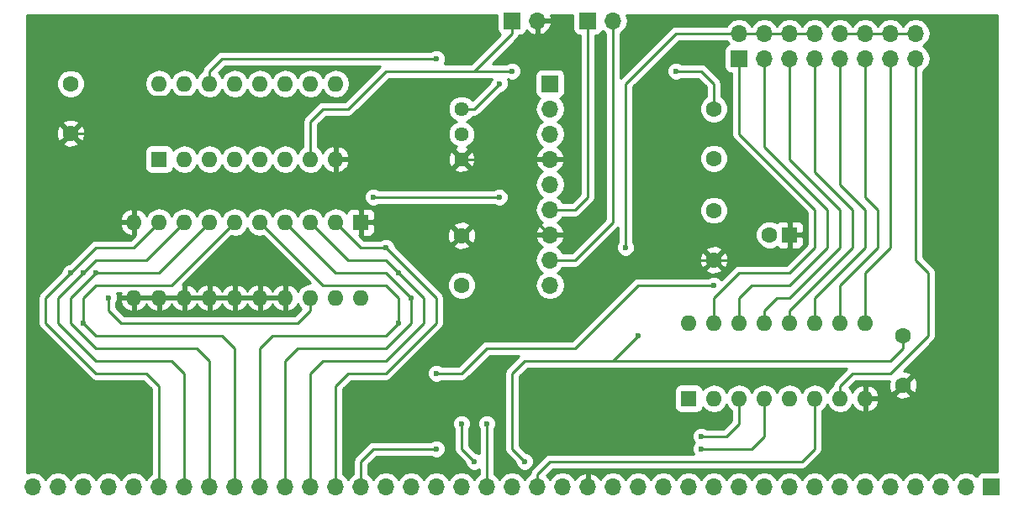
<source format=gbl>
G04 #@! TF.FileFunction,Copper,L2,Bot,Signal*
%FSLAX46Y46*%
G04 Gerber Fmt 4.6, Leading zero omitted, Abs format (unit mm)*
G04 Created by KiCad (PCBNEW 4.0.6) date 05/15/17 23:53:28*
%MOMM*%
%LPD*%
G01*
G04 APERTURE LIST*
%ADD10C,0.100000*%
%ADD11C,1.600000*%
%ADD12R,1.600000X1.600000*%
%ADD13O,1.600000X1.600000*%
%ADD14R,1.700000X1.700000*%
%ADD15O,1.700000X1.700000*%
%ADD16C,1.440000*%
%ADD17C,0.600000*%
%ADD18C,0.250000*%
%ADD19C,0.254000*%
G04 APERTURE END LIST*
D10*
D11*
X205740000Y-118110000D03*
X205740000Y-123110000D03*
D12*
X184150000Y-124460000D03*
D13*
X201930000Y-116840000D03*
X186690000Y-124460000D03*
X199390000Y-116840000D03*
X189230000Y-124460000D03*
X196850000Y-116840000D03*
X191770000Y-124460000D03*
X194310000Y-116840000D03*
X194310000Y-124460000D03*
X191770000Y-116840000D03*
X196850000Y-124460000D03*
X189230000Y-116840000D03*
X199390000Y-124460000D03*
X186690000Y-116840000D03*
X201930000Y-124460000D03*
X184150000Y-116840000D03*
D11*
X161290000Y-113030000D03*
X161290000Y-108030000D03*
X121920000Y-92710000D03*
X121920000Y-97710000D03*
D14*
X214630000Y-133350000D03*
D15*
X212090000Y-133350000D03*
X209550000Y-133350000D03*
X207010000Y-133350000D03*
X204470000Y-133350000D03*
X201930000Y-133350000D03*
X199390000Y-133350000D03*
X196850000Y-133350000D03*
X194310000Y-133350000D03*
X191770000Y-133350000D03*
X189230000Y-133350000D03*
X186690000Y-133350000D03*
X184150000Y-133350000D03*
X181610000Y-133350000D03*
X179070000Y-133350000D03*
X176530000Y-133350000D03*
X173990000Y-133350000D03*
X171450000Y-133350000D03*
X168910000Y-133350000D03*
X166370000Y-133350000D03*
X163830000Y-133350000D03*
X161290000Y-133350000D03*
X158750000Y-133350000D03*
X156210000Y-133350000D03*
X153670000Y-133350000D03*
X151130000Y-133350000D03*
X148590000Y-133350000D03*
X146050000Y-133350000D03*
X143510000Y-133350000D03*
X140970000Y-133350000D03*
X138430000Y-133350000D03*
X135890000Y-133350000D03*
X133350000Y-133350000D03*
X130810000Y-133350000D03*
X128270000Y-133350000D03*
X125730000Y-133350000D03*
X123190000Y-133350000D03*
X120650000Y-133350000D03*
X118110000Y-133350000D03*
D14*
X166370000Y-86360000D03*
D15*
X168910000Y-86360000D03*
D12*
X151130000Y-106680000D03*
D13*
X128270000Y-114300000D03*
X148590000Y-106680000D03*
X130810000Y-114300000D03*
X146050000Y-106680000D03*
X133350000Y-114300000D03*
X143510000Y-106680000D03*
X135890000Y-114300000D03*
X140970000Y-106680000D03*
X138430000Y-114300000D03*
X138430000Y-106680000D03*
X140970000Y-114300000D03*
X135890000Y-106680000D03*
X143510000Y-114300000D03*
X133350000Y-106680000D03*
X146050000Y-114300000D03*
X130810000Y-106680000D03*
X148590000Y-114300000D03*
X128270000Y-106680000D03*
X151130000Y-114300000D03*
D12*
X130810000Y-100330000D03*
D13*
X148590000Y-92710000D03*
X133350000Y-100330000D03*
X146050000Y-92710000D03*
X135890000Y-100330000D03*
X143510000Y-92710000D03*
X138430000Y-100330000D03*
X140970000Y-92710000D03*
X140970000Y-100330000D03*
X138430000Y-92710000D03*
X143510000Y-100330000D03*
X135890000Y-92710000D03*
X146050000Y-100330000D03*
X133350000Y-92710000D03*
X148590000Y-100330000D03*
X130810000Y-92710000D03*
D11*
X186690000Y-110490000D03*
X186690000Y-105490000D03*
D12*
X194310000Y-107950000D03*
D11*
X192310000Y-107950000D03*
X186690000Y-95250000D03*
X186690000Y-100250000D03*
D14*
X173990000Y-86360000D03*
D15*
X176530000Y-86360000D03*
D16*
X161290000Y-95250000D03*
X161290000Y-97790000D03*
X161290000Y-100330000D03*
D14*
X170180000Y-92710000D03*
D15*
X170180000Y-95250000D03*
X170180000Y-97790000D03*
X170180000Y-100330000D03*
X170180000Y-102870000D03*
X170180000Y-105410000D03*
X170180000Y-107950000D03*
X170180000Y-110490000D03*
X170180000Y-113030000D03*
D14*
X189230000Y-90170000D03*
D15*
X189230000Y-87630000D03*
X191770000Y-90170000D03*
X191770000Y-87630000D03*
X194310000Y-90170000D03*
X194310000Y-87630000D03*
X196850000Y-90170000D03*
X196850000Y-87630000D03*
X199390000Y-90170000D03*
X199390000Y-87630000D03*
X201930000Y-90170000D03*
X201930000Y-87630000D03*
X204470000Y-90170000D03*
X204470000Y-87630000D03*
X207010000Y-90170000D03*
X207010000Y-87630000D03*
D17*
X179070000Y-118110000D03*
X167640000Y-130810000D03*
X161290000Y-127000000D03*
X162560000Y-130810000D03*
X179070000Y-102870000D03*
X134620000Y-93980000D03*
X158750000Y-129540000D03*
X185420000Y-129540000D03*
X153670000Y-109220000D03*
X154940000Y-111760000D03*
X156210000Y-114300000D03*
X154940000Y-116840000D03*
X123190000Y-116840000D03*
X124460000Y-111760000D03*
X123190000Y-111760000D03*
X121920000Y-111760000D03*
X185420000Y-128270000D03*
X163830000Y-127000000D03*
X158750000Y-90170000D03*
X182880000Y-91440000D03*
X166370000Y-91440000D03*
X125730000Y-114300000D03*
X165100000Y-92710000D03*
X152400000Y-104140000D03*
X165100000Y-104140000D03*
X177800000Y-109220000D03*
X186690000Y-113030000D03*
X158750000Y-121920000D03*
D18*
X175260000Y-120650000D02*
X176530000Y-120650000D01*
X176530000Y-120650000D02*
X179070000Y-118110000D01*
X171450000Y-120650000D02*
X167640000Y-120650000D01*
X166370000Y-121920000D02*
X167640000Y-120650000D01*
X166370000Y-129540000D02*
X166370000Y-121920000D01*
X166370000Y-129540000D02*
X167640000Y-130810000D01*
X203200000Y-120650000D02*
X204470000Y-120650000D01*
X205740000Y-119380000D02*
X205740000Y-118110000D01*
X204470000Y-120650000D02*
X205740000Y-119380000D01*
X182880000Y-120650000D02*
X175260000Y-120650000D01*
X175260000Y-120650000D02*
X171450000Y-120650000D01*
X182880000Y-120650000D02*
X203200000Y-120650000D01*
X161290000Y-129540000D02*
X161290000Y-127000000D01*
X162560000Y-130810000D02*
X161290000Y-129540000D01*
X194310000Y-107950000D02*
X194310000Y-104140000D01*
X194310000Y-104140000D02*
X193040000Y-102870000D01*
X186690000Y-110490000D02*
X193040000Y-110490000D01*
X194310000Y-109220000D02*
X194310000Y-107950000D01*
X193040000Y-110490000D02*
X194310000Y-109220000D01*
X167640000Y-105410000D02*
X167640000Y-115570000D01*
X176530000Y-110490000D02*
X186690000Y-110490000D01*
X173990000Y-113030000D02*
X176530000Y-110490000D01*
X173990000Y-114300000D02*
X173990000Y-113030000D01*
X171450000Y-116840000D02*
X173990000Y-114300000D01*
X168910000Y-116840000D02*
X171450000Y-116840000D01*
X167640000Y-115570000D02*
X168910000Y-116840000D01*
X179070000Y-102870000D02*
X193040000Y-102870000D01*
X165100000Y-100330000D02*
X165100000Y-102870000D01*
X165100000Y-102870000D02*
X167640000Y-105410000D01*
X167640000Y-105410000D02*
X170180000Y-107950000D01*
X165100000Y-100330000D02*
X166370000Y-100330000D01*
X161290000Y-100330000D02*
X165100000Y-100330000D01*
X166370000Y-100330000D02*
X170180000Y-100330000D01*
X121920000Y-97710000D02*
X123270000Y-97710000D01*
X123270000Y-97710000D02*
X127000000Y-93980000D01*
X127000000Y-93980000D02*
X134620000Y-93980000D01*
X129540000Y-104140000D02*
X130810000Y-102870000D01*
X130810000Y-102870000D02*
X139700000Y-102870000D01*
X148590000Y-101600000D02*
X147320000Y-102870000D01*
X147320000Y-102870000D02*
X139700000Y-102870000D01*
X128270000Y-106680000D02*
X128270000Y-105410000D01*
X128270000Y-105410000D02*
X129540000Y-104140000D01*
X148590000Y-101600000D02*
X148590000Y-100330000D01*
X151130000Y-106680000D02*
X159940000Y-106680000D01*
X159940000Y-106680000D02*
X161290000Y-108030000D01*
X191770000Y-124460000D02*
X191770000Y-128270000D01*
X191770000Y-128270000D02*
X190500000Y-129540000D01*
X158750000Y-129540000D02*
X152400000Y-129540000D01*
X190500000Y-129540000D02*
X185420000Y-129540000D01*
X152400000Y-129540000D02*
X151130000Y-130810000D01*
X151130000Y-130810000D02*
X151130000Y-133350000D01*
X196850000Y-124460000D02*
X196850000Y-129540000D01*
X168910000Y-132080000D02*
X170180000Y-130810000D01*
X170180000Y-130810000D02*
X195580000Y-130810000D01*
X195580000Y-130810000D02*
X196850000Y-129540000D01*
X168910000Y-132080000D02*
X168910000Y-133350000D01*
X148590000Y-133350000D02*
X148590000Y-123190000D01*
X158750000Y-114300000D02*
X153670000Y-109220000D01*
X158750000Y-116840000D02*
X158750000Y-114300000D01*
X153670000Y-121920000D02*
X158750000Y-116840000D01*
X149860000Y-121920000D02*
X153670000Y-121920000D01*
X148590000Y-123190000D02*
X149860000Y-121920000D01*
X151130000Y-109220000D02*
X148590000Y-106680000D01*
X153670000Y-109220000D02*
X151130000Y-109220000D01*
X157480000Y-116840000D02*
X157480000Y-114300000D01*
X146050000Y-121920000D02*
X147320000Y-120650000D01*
X147320000Y-120650000D02*
X153670000Y-120650000D01*
X153670000Y-120650000D02*
X157480000Y-116840000D01*
X146050000Y-133350000D02*
X146050000Y-121920000D01*
X157480000Y-114300000D02*
X154940000Y-111760000D01*
X154940000Y-111760000D02*
X153670000Y-110490000D01*
X146050000Y-106680000D02*
X149860000Y-110490000D01*
X149860000Y-110490000D02*
X153670000Y-110490000D01*
X143510000Y-133350000D02*
X143510000Y-121920000D01*
X156210000Y-114300000D02*
X153670000Y-111760000D01*
X156210000Y-116840000D02*
X156210000Y-114300000D01*
X153670000Y-119380000D02*
X156210000Y-116840000D01*
X144780000Y-119380000D02*
X153670000Y-119380000D01*
X143510000Y-120650000D02*
X144780000Y-119380000D01*
X143510000Y-121920000D02*
X143510000Y-120650000D01*
X143510000Y-106680000D02*
X148590000Y-111760000D01*
X148590000Y-111760000D02*
X153670000Y-111760000D01*
X153670000Y-113030000D02*
X154940000Y-114300000D01*
X140970000Y-119380000D02*
X140970000Y-133350000D01*
X142240000Y-118110000D02*
X140970000Y-119380000D01*
X153670000Y-118110000D02*
X142240000Y-118110000D01*
X154940000Y-116840000D02*
X153670000Y-118110000D01*
X154940000Y-114300000D02*
X154940000Y-116840000D01*
X147320000Y-113030000D02*
X140970000Y-106680000D01*
X153670000Y-113030000D02*
X147320000Y-113030000D01*
X138430000Y-133350000D02*
X138430000Y-119380000D01*
X123190000Y-116840000D02*
X124460000Y-118110000D01*
X124460000Y-118110000D02*
X135890000Y-118110000D01*
X138430000Y-119380000D02*
X137160000Y-118110000D01*
X137160000Y-118110000D02*
X135890000Y-118110000D01*
X138430000Y-106680000D02*
X132080000Y-113030000D01*
X123190000Y-114300000D02*
X123190000Y-116840000D01*
X124460000Y-113030000D02*
X123190000Y-114300000D01*
X132080000Y-113030000D02*
X124460000Y-113030000D01*
X135890000Y-133350000D02*
X135890000Y-120650000D01*
X130810000Y-111760000D02*
X135890000Y-106680000D01*
X124460000Y-111760000D02*
X130810000Y-111760000D01*
X121920000Y-114300000D02*
X124460000Y-111760000D01*
X121920000Y-116840000D02*
X121920000Y-114300000D01*
X124460000Y-119380000D02*
X121920000Y-116840000D01*
X134620000Y-119380000D02*
X124460000Y-119380000D01*
X135890000Y-120650000D02*
X134620000Y-119380000D01*
X133350000Y-106680000D02*
X129540000Y-110490000D01*
X133350000Y-121920000D02*
X133350000Y-133350000D01*
X132080000Y-120650000D02*
X133350000Y-121920000D01*
X129540000Y-120650000D02*
X132080000Y-120650000D01*
X124460000Y-120650000D02*
X129540000Y-120650000D01*
X120650000Y-116840000D02*
X124460000Y-120650000D01*
X120650000Y-114300000D02*
X120650000Y-116840000D01*
X124460000Y-110490000D02*
X123190000Y-111760000D01*
X123190000Y-111760000D02*
X120650000Y-114300000D01*
X129540000Y-110490000D02*
X124460000Y-110490000D01*
X119380000Y-115570000D02*
X119380000Y-114300000D01*
X119380000Y-115570000D02*
X119380000Y-116840000D01*
X129540000Y-121920000D02*
X124460000Y-121920000D01*
X130810000Y-123190000D02*
X129540000Y-121920000D01*
X130810000Y-133350000D02*
X130810000Y-123190000D01*
X119380000Y-116840000D02*
X124460000Y-121920000D01*
X119380000Y-114300000D02*
X121920000Y-111760000D01*
X121920000Y-111760000D02*
X123190000Y-110490000D01*
X124460000Y-109220000D02*
X125730000Y-109220000D01*
X123190000Y-110490000D02*
X124460000Y-109220000D01*
X130810000Y-106680000D02*
X128270000Y-109220000D01*
X128270000Y-109220000D02*
X125730000Y-109220000D01*
X187960000Y-128270000D02*
X189230000Y-127000000D01*
X185420000Y-128270000D02*
X187960000Y-128270000D01*
X189230000Y-124460000D02*
X189230000Y-125730000D01*
X189230000Y-127000000D02*
X189230000Y-125730000D01*
X163830000Y-133350000D02*
X163830000Y-127000000D01*
X135890000Y-91440000D02*
X135890000Y-92710000D01*
X137160000Y-90170000D02*
X135890000Y-91440000D01*
X158750000Y-90170000D02*
X137160000Y-90170000D01*
X185420000Y-91440000D02*
X186690000Y-92710000D01*
X186690000Y-95250000D02*
X186690000Y-92710000D01*
X182880000Y-91440000D02*
X185420000Y-91440000D01*
X166370000Y-91440000D02*
X162560000Y-91440000D01*
X146050000Y-100330000D02*
X146050000Y-96520000D01*
X166370000Y-87630000D02*
X166370000Y-86360000D01*
X162560000Y-91440000D02*
X166370000Y-87630000D01*
X153670000Y-91440000D02*
X162560000Y-91440000D01*
X149860000Y-95250000D02*
X153670000Y-91440000D01*
X147320000Y-95250000D02*
X149860000Y-95250000D01*
X146050000Y-96520000D02*
X147320000Y-95250000D01*
X146050000Y-114300000D02*
X146050000Y-115570000D01*
X125730000Y-115570000D02*
X125730000Y-114300000D01*
X127000000Y-116840000D02*
X125730000Y-115570000D01*
X144780000Y-116840000D02*
X127000000Y-116840000D01*
X146050000Y-115570000D02*
X144780000Y-116840000D01*
X162560000Y-95250000D02*
X161290000Y-95250000D01*
X165100000Y-92710000D02*
X162560000Y-95250000D01*
X170180000Y-105410000D02*
X172720000Y-105410000D01*
X173990000Y-104140000D02*
X173990000Y-86360000D01*
X172720000Y-105410000D02*
X173990000Y-104140000D01*
X170180000Y-110490000D02*
X172720000Y-110490000D01*
X176530000Y-106680000D02*
X176530000Y-86360000D01*
X172720000Y-110490000D02*
X176530000Y-106680000D01*
X189230000Y-87630000D02*
X182880000Y-87630000D01*
X158750000Y-104140000D02*
X152400000Y-104140000D01*
X165100000Y-104140000D02*
X158750000Y-104140000D01*
X177800000Y-92710000D02*
X177800000Y-109220000D01*
X182880000Y-87630000D02*
X177800000Y-92710000D01*
X191770000Y-87630000D02*
X189230000Y-87630000D01*
X194310000Y-87630000D02*
X191770000Y-87630000D01*
X196850000Y-87630000D02*
X194310000Y-87630000D01*
X179070000Y-113030000D02*
X186690000Y-113030000D01*
X172720000Y-119380000D02*
X179070000Y-113030000D01*
X163830000Y-119380000D02*
X172720000Y-119380000D01*
X161290000Y-121920000D02*
X163830000Y-119380000D01*
X158750000Y-121920000D02*
X161290000Y-121920000D01*
X204470000Y-87630000D02*
X207010000Y-87630000D01*
X201930000Y-87630000D02*
X204470000Y-87630000D01*
X199390000Y-87630000D02*
X201930000Y-87630000D01*
X193040000Y-101600000D02*
X189230000Y-97790000D01*
X189230000Y-90170000D02*
X189230000Y-97790000D01*
X186690000Y-114300000D02*
X186690000Y-116840000D01*
X187960000Y-113030000D02*
X186690000Y-114300000D01*
X189230000Y-111760000D02*
X187960000Y-113030000D01*
X194310000Y-111760000D02*
X189230000Y-111760000D01*
X196850000Y-109220000D02*
X194310000Y-111760000D01*
X196850000Y-105410000D02*
X196850000Y-109220000D01*
X194310000Y-102870000D02*
X196850000Y-105410000D01*
X193040000Y-101600000D02*
X194310000Y-102870000D01*
X189230000Y-116840000D02*
X189230000Y-114300000D01*
X191770000Y-99060000D02*
X191770000Y-90170000D01*
X193040000Y-100330000D02*
X191770000Y-99060000D01*
X198120000Y-105410000D02*
X193040000Y-100330000D01*
X198120000Y-109220000D02*
X198120000Y-105410000D01*
X194310000Y-113030000D02*
X198120000Y-109220000D01*
X190500000Y-113030000D02*
X194310000Y-113030000D01*
X189230000Y-114300000D02*
X190500000Y-113030000D01*
X191770000Y-116840000D02*
X191770000Y-115570000D01*
X194310000Y-100330000D02*
X194310000Y-90170000D01*
X199390000Y-105410000D02*
X194310000Y-100330000D01*
X199390000Y-109220000D02*
X199390000Y-105410000D01*
X194310000Y-114300000D02*
X199390000Y-109220000D01*
X193040000Y-114300000D02*
X194310000Y-114300000D01*
X191770000Y-115570000D02*
X193040000Y-114300000D01*
X194310000Y-116840000D02*
X194310000Y-115570000D01*
X196850000Y-101600000D02*
X196850000Y-90170000D01*
X200660000Y-105410000D02*
X196850000Y-101600000D01*
X200660000Y-109220000D02*
X200660000Y-105410000D01*
X194310000Y-115570000D02*
X200660000Y-109220000D01*
X196850000Y-116840000D02*
X196850000Y-115570000D01*
X199390000Y-102870000D02*
X199390000Y-90170000D01*
X201930000Y-105410000D02*
X199390000Y-102870000D01*
X201930000Y-109220000D02*
X201930000Y-105410000D01*
X196850000Y-114300000D02*
X201930000Y-109220000D01*
X196850000Y-115570000D02*
X196850000Y-114300000D01*
X199390000Y-116840000D02*
X199390000Y-114300000D01*
X201930000Y-104140000D02*
X201930000Y-90170000D01*
X203200000Y-105410000D02*
X201930000Y-104140000D01*
X203200000Y-109220000D02*
X203200000Y-105410000D01*
X199390000Y-113030000D02*
X203200000Y-109220000D01*
X199390000Y-114300000D02*
X199390000Y-113030000D01*
X201930000Y-116840000D02*
X201930000Y-111760000D01*
X204470000Y-105410000D02*
X204470000Y-90170000D01*
X204470000Y-109220000D02*
X204470000Y-105410000D01*
X201930000Y-111760000D02*
X204470000Y-109220000D01*
X199390000Y-124460000D02*
X199390000Y-123190000D01*
X207010000Y-110490000D02*
X207010000Y-90170000D01*
X208280000Y-111760000D02*
X207010000Y-110490000D01*
X208280000Y-118110000D02*
X208280000Y-111760000D01*
X204470000Y-121920000D02*
X208280000Y-118110000D01*
X200660000Y-121920000D02*
X204470000Y-121920000D01*
X199390000Y-123190000D02*
X200660000Y-121920000D01*
D19*
G36*
X215190000Y-131852560D02*
X213780000Y-131852560D01*
X213544683Y-131896838D01*
X213328559Y-132035910D01*
X213183569Y-132248110D01*
X213169914Y-132315541D01*
X213140054Y-132270853D01*
X212658285Y-131948946D01*
X212090000Y-131835907D01*
X211521715Y-131948946D01*
X211039946Y-132270853D01*
X210820000Y-132600026D01*
X210600054Y-132270853D01*
X210118285Y-131948946D01*
X209550000Y-131835907D01*
X208981715Y-131948946D01*
X208499946Y-132270853D01*
X208280000Y-132600026D01*
X208060054Y-132270853D01*
X207578285Y-131948946D01*
X207010000Y-131835907D01*
X206441715Y-131948946D01*
X205959946Y-132270853D01*
X205740000Y-132600026D01*
X205520054Y-132270853D01*
X205038285Y-131948946D01*
X204470000Y-131835907D01*
X203901715Y-131948946D01*
X203419946Y-132270853D01*
X203200000Y-132600026D01*
X202980054Y-132270853D01*
X202498285Y-131948946D01*
X201930000Y-131835907D01*
X201361715Y-131948946D01*
X200879946Y-132270853D01*
X200660000Y-132600026D01*
X200440054Y-132270853D01*
X199958285Y-131948946D01*
X199390000Y-131835907D01*
X198821715Y-131948946D01*
X198339946Y-132270853D01*
X198120000Y-132600026D01*
X197900054Y-132270853D01*
X197418285Y-131948946D01*
X196850000Y-131835907D01*
X196281715Y-131948946D01*
X195799946Y-132270853D01*
X195580000Y-132600026D01*
X195360054Y-132270853D01*
X194878285Y-131948946D01*
X194310000Y-131835907D01*
X193741715Y-131948946D01*
X193259946Y-132270853D01*
X193040000Y-132600026D01*
X192820054Y-132270853D01*
X192338285Y-131948946D01*
X191770000Y-131835907D01*
X191201715Y-131948946D01*
X190719946Y-132270853D01*
X190500000Y-132600026D01*
X190280054Y-132270853D01*
X189798285Y-131948946D01*
X189230000Y-131835907D01*
X188661715Y-131948946D01*
X188179946Y-132270853D01*
X187960000Y-132600026D01*
X187740054Y-132270853D01*
X187258285Y-131948946D01*
X186690000Y-131835907D01*
X186121715Y-131948946D01*
X185639946Y-132270853D01*
X185420000Y-132600026D01*
X185200054Y-132270853D01*
X184718285Y-131948946D01*
X184150000Y-131835907D01*
X183581715Y-131948946D01*
X183099946Y-132270853D01*
X182880000Y-132600026D01*
X182660054Y-132270853D01*
X182178285Y-131948946D01*
X181610000Y-131835907D01*
X181041715Y-131948946D01*
X180559946Y-132270853D01*
X180340000Y-132600026D01*
X180120054Y-132270853D01*
X179638285Y-131948946D01*
X179070000Y-131835907D01*
X178501715Y-131948946D01*
X178019946Y-132270853D01*
X177800000Y-132600026D01*
X177580054Y-132270853D01*
X177098285Y-131948946D01*
X176530000Y-131835907D01*
X175961715Y-131948946D01*
X175479946Y-132270853D01*
X175252298Y-132611553D01*
X175185183Y-132468642D01*
X174756924Y-132078355D01*
X174346890Y-131908524D01*
X174117000Y-132029845D01*
X174117000Y-133223000D01*
X174137000Y-133223000D01*
X174137000Y-133477000D01*
X174117000Y-133477000D01*
X174117000Y-133497000D01*
X173863000Y-133497000D01*
X173863000Y-133477000D01*
X173843000Y-133477000D01*
X173843000Y-133223000D01*
X173863000Y-133223000D01*
X173863000Y-132029845D01*
X173633110Y-131908524D01*
X173223076Y-132078355D01*
X172794817Y-132468642D01*
X172727702Y-132611553D01*
X172500054Y-132270853D01*
X172018285Y-131948946D01*
X171450000Y-131835907D01*
X170881715Y-131948946D01*
X170399946Y-132270853D01*
X170180000Y-132600026D01*
X169960054Y-132270853D01*
X169860481Y-132204321D01*
X170494802Y-131570000D01*
X195580000Y-131570000D01*
X195870839Y-131512148D01*
X196117401Y-131347401D01*
X197387401Y-130077401D01*
X197552148Y-129830840D01*
X197610000Y-129540000D01*
X197610000Y-125672995D01*
X197864698Y-125502811D01*
X198120000Y-125120725D01*
X198375302Y-125502811D01*
X198840849Y-125813880D01*
X199390000Y-125923113D01*
X199939151Y-125813880D01*
X200404698Y-125502811D01*
X200674986Y-125098297D01*
X200777611Y-125315134D01*
X201192577Y-125691041D01*
X201580961Y-125851904D01*
X201803000Y-125729915D01*
X201803000Y-124587000D01*
X202057000Y-124587000D01*
X202057000Y-125729915D01*
X202279039Y-125851904D01*
X202667423Y-125691041D01*
X203082389Y-125315134D01*
X203321914Y-124809041D01*
X203200629Y-124587000D01*
X202057000Y-124587000D01*
X201803000Y-124587000D01*
X201783000Y-124587000D01*
X201783000Y-124333000D01*
X201803000Y-124333000D01*
X201803000Y-123190085D01*
X202057000Y-123190085D01*
X202057000Y-124333000D01*
X203200629Y-124333000D01*
X203318207Y-124117745D01*
X204911861Y-124117745D01*
X204985995Y-124363864D01*
X205523223Y-124556965D01*
X206093454Y-124529778D01*
X206494005Y-124363864D01*
X206568139Y-124117745D01*
X205740000Y-123289605D01*
X204911861Y-124117745D01*
X203318207Y-124117745D01*
X203321914Y-124110959D01*
X203082389Y-123604866D01*
X202667423Y-123228959D01*
X202279039Y-123068096D01*
X202057000Y-123190085D01*
X201803000Y-123190085D01*
X201580961Y-123068096D01*
X201192577Y-123228959D01*
X200777611Y-123604866D01*
X200674986Y-123821703D01*
X200404698Y-123417189D01*
X200304538Y-123350264D01*
X200974802Y-122680000D01*
X204369676Y-122680000D01*
X204293035Y-122893223D01*
X204320222Y-123463454D01*
X204486136Y-123864005D01*
X204732255Y-123938139D01*
X205560395Y-123110000D01*
X205919605Y-123110000D01*
X206747745Y-123938139D01*
X206993864Y-123864005D01*
X207186965Y-123326777D01*
X207159778Y-122756546D01*
X206993864Y-122355995D01*
X206747745Y-122281861D01*
X205919605Y-123110000D01*
X205560395Y-123110000D01*
X205546253Y-123095858D01*
X205725858Y-122916252D01*
X205740000Y-122930395D01*
X206568139Y-122102255D01*
X206494005Y-121856136D01*
X205956777Y-121663035D01*
X205794007Y-121670795D01*
X208817401Y-118647401D01*
X208982148Y-118400839D01*
X209040000Y-118110000D01*
X209040000Y-111760000D01*
X209002843Y-111573201D01*
X208982148Y-111469160D01*
X208817401Y-111222599D01*
X207770000Y-110175198D01*
X207770000Y-91442954D01*
X208060054Y-91249147D01*
X208381961Y-90767378D01*
X208495000Y-90199093D01*
X208495000Y-90140907D01*
X208381961Y-89572622D01*
X208060054Y-89090853D01*
X207774422Y-88900000D01*
X208060054Y-88709147D01*
X208381961Y-88227378D01*
X208495000Y-87659093D01*
X208495000Y-87600907D01*
X208381961Y-87032622D01*
X208060054Y-86550853D01*
X207578285Y-86228946D01*
X207010000Y-86115907D01*
X206441715Y-86228946D01*
X205959946Y-86550853D01*
X205746699Y-86870000D01*
X205733301Y-86870000D01*
X205520054Y-86550853D01*
X205038285Y-86228946D01*
X204470000Y-86115907D01*
X203901715Y-86228946D01*
X203419946Y-86550853D01*
X203206699Y-86870000D01*
X203193301Y-86870000D01*
X202980054Y-86550853D01*
X202498285Y-86228946D01*
X201930000Y-86115907D01*
X201361715Y-86228946D01*
X200879946Y-86550853D01*
X200666699Y-86870000D01*
X200653301Y-86870000D01*
X200440054Y-86550853D01*
X199958285Y-86228946D01*
X199390000Y-86115907D01*
X198821715Y-86228946D01*
X198339946Y-86550853D01*
X198120000Y-86880026D01*
X197900054Y-86550853D01*
X197418285Y-86228946D01*
X196850000Y-86115907D01*
X196281715Y-86228946D01*
X195799946Y-86550853D01*
X195586699Y-86870000D01*
X195573301Y-86870000D01*
X195360054Y-86550853D01*
X194878285Y-86228946D01*
X194310000Y-86115907D01*
X193741715Y-86228946D01*
X193259946Y-86550853D01*
X193046699Y-86870000D01*
X193033301Y-86870000D01*
X192820054Y-86550853D01*
X192338285Y-86228946D01*
X191770000Y-86115907D01*
X191201715Y-86228946D01*
X190719946Y-86550853D01*
X190506699Y-86870000D01*
X190493301Y-86870000D01*
X190280054Y-86550853D01*
X189798285Y-86228946D01*
X189230000Y-86115907D01*
X188661715Y-86228946D01*
X188179946Y-86550853D01*
X187966699Y-86870000D01*
X182880000Y-86870000D01*
X182589161Y-86927852D01*
X182342599Y-87092599D01*
X177290000Y-92145198D01*
X177290000Y-87632954D01*
X177580054Y-87439147D01*
X177901961Y-86957378D01*
X178015000Y-86389093D01*
X178015000Y-86330907D01*
X177909396Y-85800000D01*
X215190000Y-85800000D01*
X215190000Y-131852560D01*
X215190000Y-131852560D01*
G37*
X215190000Y-131852560D02*
X213780000Y-131852560D01*
X213544683Y-131896838D01*
X213328559Y-132035910D01*
X213183569Y-132248110D01*
X213169914Y-132315541D01*
X213140054Y-132270853D01*
X212658285Y-131948946D01*
X212090000Y-131835907D01*
X211521715Y-131948946D01*
X211039946Y-132270853D01*
X210820000Y-132600026D01*
X210600054Y-132270853D01*
X210118285Y-131948946D01*
X209550000Y-131835907D01*
X208981715Y-131948946D01*
X208499946Y-132270853D01*
X208280000Y-132600026D01*
X208060054Y-132270853D01*
X207578285Y-131948946D01*
X207010000Y-131835907D01*
X206441715Y-131948946D01*
X205959946Y-132270853D01*
X205740000Y-132600026D01*
X205520054Y-132270853D01*
X205038285Y-131948946D01*
X204470000Y-131835907D01*
X203901715Y-131948946D01*
X203419946Y-132270853D01*
X203200000Y-132600026D01*
X202980054Y-132270853D01*
X202498285Y-131948946D01*
X201930000Y-131835907D01*
X201361715Y-131948946D01*
X200879946Y-132270853D01*
X200660000Y-132600026D01*
X200440054Y-132270853D01*
X199958285Y-131948946D01*
X199390000Y-131835907D01*
X198821715Y-131948946D01*
X198339946Y-132270853D01*
X198120000Y-132600026D01*
X197900054Y-132270853D01*
X197418285Y-131948946D01*
X196850000Y-131835907D01*
X196281715Y-131948946D01*
X195799946Y-132270853D01*
X195580000Y-132600026D01*
X195360054Y-132270853D01*
X194878285Y-131948946D01*
X194310000Y-131835907D01*
X193741715Y-131948946D01*
X193259946Y-132270853D01*
X193040000Y-132600026D01*
X192820054Y-132270853D01*
X192338285Y-131948946D01*
X191770000Y-131835907D01*
X191201715Y-131948946D01*
X190719946Y-132270853D01*
X190500000Y-132600026D01*
X190280054Y-132270853D01*
X189798285Y-131948946D01*
X189230000Y-131835907D01*
X188661715Y-131948946D01*
X188179946Y-132270853D01*
X187960000Y-132600026D01*
X187740054Y-132270853D01*
X187258285Y-131948946D01*
X186690000Y-131835907D01*
X186121715Y-131948946D01*
X185639946Y-132270853D01*
X185420000Y-132600026D01*
X185200054Y-132270853D01*
X184718285Y-131948946D01*
X184150000Y-131835907D01*
X183581715Y-131948946D01*
X183099946Y-132270853D01*
X182880000Y-132600026D01*
X182660054Y-132270853D01*
X182178285Y-131948946D01*
X181610000Y-131835907D01*
X181041715Y-131948946D01*
X180559946Y-132270853D01*
X180340000Y-132600026D01*
X180120054Y-132270853D01*
X179638285Y-131948946D01*
X179070000Y-131835907D01*
X178501715Y-131948946D01*
X178019946Y-132270853D01*
X177800000Y-132600026D01*
X177580054Y-132270853D01*
X177098285Y-131948946D01*
X176530000Y-131835907D01*
X175961715Y-131948946D01*
X175479946Y-132270853D01*
X175252298Y-132611553D01*
X175185183Y-132468642D01*
X174756924Y-132078355D01*
X174346890Y-131908524D01*
X174117000Y-132029845D01*
X174117000Y-133223000D01*
X174137000Y-133223000D01*
X174137000Y-133477000D01*
X174117000Y-133477000D01*
X174117000Y-133497000D01*
X173863000Y-133497000D01*
X173863000Y-133477000D01*
X173843000Y-133477000D01*
X173843000Y-133223000D01*
X173863000Y-133223000D01*
X173863000Y-132029845D01*
X173633110Y-131908524D01*
X173223076Y-132078355D01*
X172794817Y-132468642D01*
X172727702Y-132611553D01*
X172500054Y-132270853D01*
X172018285Y-131948946D01*
X171450000Y-131835907D01*
X170881715Y-131948946D01*
X170399946Y-132270853D01*
X170180000Y-132600026D01*
X169960054Y-132270853D01*
X169860481Y-132204321D01*
X170494802Y-131570000D01*
X195580000Y-131570000D01*
X195870839Y-131512148D01*
X196117401Y-131347401D01*
X197387401Y-130077401D01*
X197552148Y-129830840D01*
X197610000Y-129540000D01*
X197610000Y-125672995D01*
X197864698Y-125502811D01*
X198120000Y-125120725D01*
X198375302Y-125502811D01*
X198840849Y-125813880D01*
X199390000Y-125923113D01*
X199939151Y-125813880D01*
X200404698Y-125502811D01*
X200674986Y-125098297D01*
X200777611Y-125315134D01*
X201192577Y-125691041D01*
X201580961Y-125851904D01*
X201803000Y-125729915D01*
X201803000Y-124587000D01*
X202057000Y-124587000D01*
X202057000Y-125729915D01*
X202279039Y-125851904D01*
X202667423Y-125691041D01*
X203082389Y-125315134D01*
X203321914Y-124809041D01*
X203200629Y-124587000D01*
X202057000Y-124587000D01*
X201803000Y-124587000D01*
X201783000Y-124587000D01*
X201783000Y-124333000D01*
X201803000Y-124333000D01*
X201803000Y-123190085D01*
X202057000Y-123190085D01*
X202057000Y-124333000D01*
X203200629Y-124333000D01*
X203318207Y-124117745D01*
X204911861Y-124117745D01*
X204985995Y-124363864D01*
X205523223Y-124556965D01*
X206093454Y-124529778D01*
X206494005Y-124363864D01*
X206568139Y-124117745D01*
X205740000Y-123289605D01*
X204911861Y-124117745D01*
X203318207Y-124117745D01*
X203321914Y-124110959D01*
X203082389Y-123604866D01*
X202667423Y-123228959D01*
X202279039Y-123068096D01*
X202057000Y-123190085D01*
X201803000Y-123190085D01*
X201580961Y-123068096D01*
X201192577Y-123228959D01*
X200777611Y-123604866D01*
X200674986Y-123821703D01*
X200404698Y-123417189D01*
X200304538Y-123350264D01*
X200974802Y-122680000D01*
X204369676Y-122680000D01*
X204293035Y-122893223D01*
X204320222Y-123463454D01*
X204486136Y-123864005D01*
X204732255Y-123938139D01*
X205560395Y-123110000D01*
X205919605Y-123110000D01*
X206747745Y-123938139D01*
X206993864Y-123864005D01*
X207186965Y-123326777D01*
X207159778Y-122756546D01*
X206993864Y-122355995D01*
X206747745Y-122281861D01*
X205919605Y-123110000D01*
X205560395Y-123110000D01*
X205546253Y-123095858D01*
X205725858Y-122916252D01*
X205740000Y-122930395D01*
X206568139Y-122102255D01*
X206494005Y-121856136D01*
X205956777Y-121663035D01*
X205794007Y-121670795D01*
X208817401Y-118647401D01*
X208982148Y-118400839D01*
X209040000Y-118110000D01*
X209040000Y-111760000D01*
X209002843Y-111573201D01*
X208982148Y-111469160D01*
X208817401Y-111222599D01*
X207770000Y-110175198D01*
X207770000Y-91442954D01*
X208060054Y-91249147D01*
X208381961Y-90767378D01*
X208495000Y-90199093D01*
X208495000Y-90140907D01*
X208381961Y-89572622D01*
X208060054Y-89090853D01*
X207774422Y-88900000D01*
X208060054Y-88709147D01*
X208381961Y-88227378D01*
X208495000Y-87659093D01*
X208495000Y-87600907D01*
X208381961Y-87032622D01*
X208060054Y-86550853D01*
X207578285Y-86228946D01*
X207010000Y-86115907D01*
X206441715Y-86228946D01*
X205959946Y-86550853D01*
X205746699Y-86870000D01*
X205733301Y-86870000D01*
X205520054Y-86550853D01*
X205038285Y-86228946D01*
X204470000Y-86115907D01*
X203901715Y-86228946D01*
X203419946Y-86550853D01*
X203206699Y-86870000D01*
X203193301Y-86870000D01*
X202980054Y-86550853D01*
X202498285Y-86228946D01*
X201930000Y-86115907D01*
X201361715Y-86228946D01*
X200879946Y-86550853D01*
X200666699Y-86870000D01*
X200653301Y-86870000D01*
X200440054Y-86550853D01*
X199958285Y-86228946D01*
X199390000Y-86115907D01*
X198821715Y-86228946D01*
X198339946Y-86550853D01*
X198120000Y-86880026D01*
X197900054Y-86550853D01*
X197418285Y-86228946D01*
X196850000Y-86115907D01*
X196281715Y-86228946D01*
X195799946Y-86550853D01*
X195586699Y-86870000D01*
X195573301Y-86870000D01*
X195360054Y-86550853D01*
X194878285Y-86228946D01*
X194310000Y-86115907D01*
X193741715Y-86228946D01*
X193259946Y-86550853D01*
X193046699Y-86870000D01*
X193033301Y-86870000D01*
X192820054Y-86550853D01*
X192338285Y-86228946D01*
X191770000Y-86115907D01*
X191201715Y-86228946D01*
X190719946Y-86550853D01*
X190506699Y-86870000D01*
X190493301Y-86870000D01*
X190280054Y-86550853D01*
X189798285Y-86228946D01*
X189230000Y-86115907D01*
X188661715Y-86228946D01*
X188179946Y-86550853D01*
X187966699Y-86870000D01*
X182880000Y-86870000D01*
X182589161Y-86927852D01*
X182342599Y-87092599D01*
X177290000Y-92145198D01*
X177290000Y-87632954D01*
X177580054Y-87439147D01*
X177901961Y-86957378D01*
X178015000Y-86389093D01*
X178015000Y-86330907D01*
X177909396Y-85800000D01*
X215190000Y-85800000D01*
X215190000Y-131852560D01*
G36*
X164872560Y-87210000D02*
X164916838Y-87445317D01*
X165055910Y-87661441D01*
X165179388Y-87745810D01*
X162245198Y-90680000D01*
X159550633Y-90680000D01*
X159684838Y-90356799D01*
X159685162Y-89984833D01*
X159543117Y-89641057D01*
X159280327Y-89377808D01*
X158936799Y-89235162D01*
X158564833Y-89234838D01*
X158221057Y-89376883D01*
X158187882Y-89410000D01*
X137160000Y-89410000D01*
X136869160Y-89467852D01*
X136622599Y-89632599D01*
X135352599Y-90902599D01*
X135187852Y-91149161D01*
X135130000Y-91440000D01*
X135130000Y-91497005D01*
X134875302Y-91667189D01*
X134620000Y-92049275D01*
X134364698Y-91667189D01*
X133899151Y-91356120D01*
X133350000Y-91246887D01*
X132800849Y-91356120D01*
X132335302Y-91667189D01*
X132080000Y-92049275D01*
X131824698Y-91667189D01*
X131359151Y-91356120D01*
X130810000Y-91246887D01*
X130260849Y-91356120D01*
X129795302Y-91667189D01*
X129484233Y-92132736D01*
X129375000Y-92681887D01*
X129375000Y-92738113D01*
X129484233Y-93287264D01*
X129795302Y-93752811D01*
X130260849Y-94063880D01*
X130810000Y-94173113D01*
X131359151Y-94063880D01*
X131824698Y-93752811D01*
X132080000Y-93370725D01*
X132335302Y-93752811D01*
X132800849Y-94063880D01*
X133350000Y-94173113D01*
X133899151Y-94063880D01*
X134364698Y-93752811D01*
X134620000Y-93370725D01*
X134875302Y-93752811D01*
X135340849Y-94063880D01*
X135890000Y-94173113D01*
X136439151Y-94063880D01*
X136904698Y-93752811D01*
X137160000Y-93370725D01*
X137415302Y-93752811D01*
X137880849Y-94063880D01*
X138430000Y-94173113D01*
X138979151Y-94063880D01*
X139444698Y-93752811D01*
X139700000Y-93370725D01*
X139955302Y-93752811D01*
X140420849Y-94063880D01*
X140970000Y-94173113D01*
X141519151Y-94063880D01*
X141984698Y-93752811D01*
X142240000Y-93370725D01*
X142495302Y-93752811D01*
X142960849Y-94063880D01*
X143510000Y-94173113D01*
X144059151Y-94063880D01*
X144524698Y-93752811D01*
X144780000Y-93370725D01*
X145035302Y-93752811D01*
X145500849Y-94063880D01*
X146050000Y-94173113D01*
X146599151Y-94063880D01*
X147064698Y-93752811D01*
X147320000Y-93370725D01*
X147575302Y-93752811D01*
X148040849Y-94063880D01*
X148590000Y-94173113D01*
X149139151Y-94063880D01*
X149604698Y-93752811D01*
X149915767Y-93287264D01*
X150025000Y-92738113D01*
X150025000Y-92681887D01*
X149915767Y-92132736D01*
X149604698Y-91667189D01*
X149139151Y-91356120D01*
X148590000Y-91246887D01*
X148040849Y-91356120D01*
X147575302Y-91667189D01*
X147320000Y-92049275D01*
X147064698Y-91667189D01*
X146599151Y-91356120D01*
X146050000Y-91246887D01*
X145500849Y-91356120D01*
X145035302Y-91667189D01*
X144780000Y-92049275D01*
X144524698Y-91667189D01*
X144059151Y-91356120D01*
X143510000Y-91246887D01*
X142960849Y-91356120D01*
X142495302Y-91667189D01*
X142240000Y-92049275D01*
X141984698Y-91667189D01*
X141519151Y-91356120D01*
X140970000Y-91246887D01*
X140420849Y-91356120D01*
X139955302Y-91667189D01*
X139700000Y-92049275D01*
X139444698Y-91667189D01*
X138979151Y-91356120D01*
X138430000Y-91246887D01*
X137880849Y-91356120D01*
X137415302Y-91667189D01*
X137160000Y-92049275D01*
X136904698Y-91667189D01*
X136804538Y-91600264D01*
X137474802Y-90930000D01*
X153105198Y-90930000D01*
X149545198Y-94490000D01*
X147320000Y-94490000D01*
X147029160Y-94547852D01*
X146782599Y-94712599D01*
X145512599Y-95982599D01*
X145347852Y-96229161D01*
X145290000Y-96520000D01*
X145290000Y-99117005D01*
X145035302Y-99287189D01*
X144780000Y-99669275D01*
X144524698Y-99287189D01*
X144059151Y-98976120D01*
X143510000Y-98866887D01*
X142960849Y-98976120D01*
X142495302Y-99287189D01*
X142240000Y-99669275D01*
X141984698Y-99287189D01*
X141519151Y-98976120D01*
X140970000Y-98866887D01*
X140420849Y-98976120D01*
X139955302Y-99287189D01*
X139700000Y-99669275D01*
X139444698Y-99287189D01*
X138979151Y-98976120D01*
X138430000Y-98866887D01*
X137880849Y-98976120D01*
X137415302Y-99287189D01*
X137160000Y-99669275D01*
X136904698Y-99287189D01*
X136439151Y-98976120D01*
X135890000Y-98866887D01*
X135340849Y-98976120D01*
X134875302Y-99287189D01*
X134620000Y-99669275D01*
X134364698Y-99287189D01*
X133899151Y-98976120D01*
X133350000Y-98866887D01*
X132800849Y-98976120D01*
X132335302Y-99287189D01*
X132238899Y-99431465D01*
X132213162Y-99294683D01*
X132074090Y-99078559D01*
X131861890Y-98933569D01*
X131610000Y-98882560D01*
X130010000Y-98882560D01*
X129774683Y-98926838D01*
X129558559Y-99065910D01*
X129413569Y-99278110D01*
X129362560Y-99530000D01*
X129362560Y-101130000D01*
X129406838Y-101365317D01*
X129545910Y-101581441D01*
X129758110Y-101726431D01*
X130010000Y-101777440D01*
X131610000Y-101777440D01*
X131845317Y-101733162D01*
X132061441Y-101594090D01*
X132206431Y-101381890D01*
X132237815Y-101226911D01*
X132335302Y-101372811D01*
X132800849Y-101683880D01*
X133350000Y-101793113D01*
X133899151Y-101683880D01*
X134364698Y-101372811D01*
X134620000Y-100990725D01*
X134875302Y-101372811D01*
X135340849Y-101683880D01*
X135890000Y-101793113D01*
X136439151Y-101683880D01*
X136904698Y-101372811D01*
X137160000Y-100990725D01*
X137415302Y-101372811D01*
X137880849Y-101683880D01*
X138430000Y-101793113D01*
X138979151Y-101683880D01*
X139444698Y-101372811D01*
X139700000Y-100990725D01*
X139955302Y-101372811D01*
X140420849Y-101683880D01*
X140970000Y-101793113D01*
X141519151Y-101683880D01*
X141984698Y-101372811D01*
X142240000Y-100990725D01*
X142495302Y-101372811D01*
X142960849Y-101683880D01*
X143510000Y-101793113D01*
X144059151Y-101683880D01*
X144524698Y-101372811D01*
X144780000Y-100990725D01*
X145035302Y-101372811D01*
X145500849Y-101683880D01*
X146050000Y-101793113D01*
X146599151Y-101683880D01*
X147064698Y-101372811D01*
X147334986Y-100968297D01*
X147437611Y-101185134D01*
X147852577Y-101561041D01*
X148240961Y-101721904D01*
X148463000Y-101599915D01*
X148463000Y-100457000D01*
X148717000Y-100457000D01*
X148717000Y-101599915D01*
X148939039Y-101721904D01*
X149327423Y-101561041D01*
X149637915Y-101279774D01*
X160519831Y-101279774D01*
X160584131Y-101517611D01*
X161092342Y-101697333D01*
X161630644Y-101668892D01*
X161995869Y-101517611D01*
X162060169Y-101279774D01*
X161290000Y-100509605D01*
X160519831Y-101279774D01*
X149637915Y-101279774D01*
X149742389Y-101185134D01*
X149981914Y-100679041D01*
X149860629Y-100457000D01*
X148717000Y-100457000D01*
X148463000Y-100457000D01*
X148443000Y-100457000D01*
X148443000Y-100203000D01*
X148463000Y-100203000D01*
X148463000Y-99060085D01*
X148717000Y-99060085D01*
X148717000Y-100203000D01*
X149860629Y-100203000D01*
X149899224Y-100132342D01*
X159922667Y-100132342D01*
X159951108Y-100670644D01*
X160102389Y-101035869D01*
X160340226Y-101100169D01*
X161110395Y-100330000D01*
X161469605Y-100330000D01*
X162239774Y-101100169D01*
X162477611Y-101035869D01*
X162657333Y-100527658D01*
X162628892Y-99989356D01*
X162477611Y-99624131D01*
X162239774Y-99559831D01*
X161469605Y-100330000D01*
X161110395Y-100330000D01*
X160340226Y-99559831D01*
X160102389Y-99624131D01*
X159922667Y-100132342D01*
X149899224Y-100132342D01*
X149981914Y-99980959D01*
X149742389Y-99474866D01*
X149327423Y-99098959D01*
X148939039Y-98938096D01*
X148717000Y-99060085D01*
X148463000Y-99060085D01*
X148240961Y-98938096D01*
X147852577Y-99098959D01*
X147437611Y-99474866D01*
X147334986Y-99691703D01*
X147064698Y-99287189D01*
X146810000Y-99117005D01*
X146810000Y-96834802D01*
X147634802Y-96010000D01*
X149860000Y-96010000D01*
X150150839Y-95952148D01*
X150397401Y-95787401D01*
X153984802Y-92200000D01*
X164299367Y-92200000D01*
X164165162Y-92523201D01*
X164165121Y-92570077D01*
X162345644Y-94389554D01*
X162058548Y-94101957D01*
X161560709Y-93895236D01*
X161021656Y-93894765D01*
X160523457Y-94100617D01*
X160141957Y-94481452D01*
X159935236Y-94979291D01*
X159934765Y-95518344D01*
X160140617Y-96016543D01*
X160521452Y-96398043D01*
X160815264Y-96520045D01*
X160523457Y-96640617D01*
X160141957Y-97021452D01*
X159935236Y-97519291D01*
X159934765Y-98058344D01*
X160140617Y-98556543D01*
X160521452Y-98938043D01*
X160799116Y-99053339D01*
X160584131Y-99142389D01*
X160519831Y-99380226D01*
X161290000Y-100150395D01*
X162060169Y-99380226D01*
X161995869Y-99142389D01*
X161763828Y-99060331D01*
X162056543Y-98939383D01*
X162438043Y-98558548D01*
X162644764Y-98060709D01*
X162645235Y-97521656D01*
X162439383Y-97023457D01*
X162058548Y-96641957D01*
X161764736Y-96519955D01*
X162056543Y-96399383D01*
X162438043Y-96018548D01*
X162441592Y-96010000D01*
X162560000Y-96010000D01*
X162850839Y-95952148D01*
X163097401Y-95787401D01*
X163634802Y-95250000D01*
X168665907Y-95250000D01*
X168778946Y-95818285D01*
X169100853Y-96300054D01*
X169430026Y-96520000D01*
X169100853Y-96739946D01*
X168778946Y-97221715D01*
X168665907Y-97790000D01*
X168778946Y-98358285D01*
X169100853Y-98840054D01*
X169441553Y-99067702D01*
X169298642Y-99134817D01*
X168908355Y-99563076D01*
X168738524Y-99973110D01*
X168859845Y-100203000D01*
X170053000Y-100203000D01*
X170053000Y-100183000D01*
X170307000Y-100183000D01*
X170307000Y-100203000D01*
X171500155Y-100203000D01*
X171621476Y-99973110D01*
X171451645Y-99563076D01*
X171061358Y-99134817D01*
X170918447Y-99067702D01*
X171259147Y-98840054D01*
X171581054Y-98358285D01*
X171694093Y-97790000D01*
X171581054Y-97221715D01*
X171259147Y-96739946D01*
X170929974Y-96520000D01*
X171259147Y-96300054D01*
X171581054Y-95818285D01*
X171694093Y-95250000D01*
X171581054Y-94681715D01*
X171259147Y-94199946D01*
X171217548Y-94172150D01*
X171265317Y-94163162D01*
X171481441Y-94024090D01*
X171626431Y-93811890D01*
X171677440Y-93560000D01*
X171677440Y-91860000D01*
X171633162Y-91624683D01*
X171494090Y-91408559D01*
X171281890Y-91263569D01*
X171030000Y-91212560D01*
X169330000Y-91212560D01*
X169094683Y-91256838D01*
X168878559Y-91395910D01*
X168733569Y-91608110D01*
X168682560Y-91860000D01*
X168682560Y-93560000D01*
X168726838Y-93795317D01*
X168865910Y-94011441D01*
X169078110Y-94156431D01*
X169145541Y-94170086D01*
X169100853Y-94199946D01*
X168778946Y-94681715D01*
X168665907Y-95250000D01*
X163634802Y-95250000D01*
X165239680Y-93645122D01*
X165285167Y-93645162D01*
X165628943Y-93503117D01*
X165892192Y-93240327D01*
X166034838Y-92896799D01*
X166035162Y-92524833D01*
X165929690Y-92269570D01*
X166183201Y-92374838D01*
X166555167Y-92375162D01*
X166898943Y-92233117D01*
X167162192Y-91970327D01*
X167304838Y-91626799D01*
X167305162Y-91254833D01*
X167163117Y-90911057D01*
X166900327Y-90647808D01*
X166556799Y-90505162D01*
X166184833Y-90504838D01*
X165841057Y-90646883D01*
X165807882Y-90680000D01*
X164394802Y-90680000D01*
X166907401Y-88167401D01*
X167072148Y-87920839D01*
X167084759Y-87857440D01*
X167220000Y-87857440D01*
X167455317Y-87813162D01*
X167671441Y-87674090D01*
X167816431Y-87461890D01*
X167838301Y-87353893D01*
X168143076Y-87631645D01*
X168553110Y-87801476D01*
X168783000Y-87680155D01*
X168783000Y-86487000D01*
X169037000Y-86487000D01*
X169037000Y-87680155D01*
X169266890Y-87801476D01*
X169676924Y-87631645D01*
X170105183Y-87241358D01*
X170351486Y-86716892D01*
X170230819Y-86487000D01*
X169037000Y-86487000D01*
X168783000Y-86487000D01*
X168763000Y-86487000D01*
X168763000Y-86233000D01*
X168783000Y-86233000D01*
X168783000Y-86213000D01*
X169037000Y-86213000D01*
X169037000Y-86233000D01*
X170230819Y-86233000D01*
X170351486Y-86003108D01*
X170256101Y-85800000D01*
X172492560Y-85800000D01*
X172492560Y-87210000D01*
X172536838Y-87445317D01*
X172675910Y-87661441D01*
X172888110Y-87806431D01*
X173140000Y-87857440D01*
X173230000Y-87857440D01*
X173230000Y-103825198D01*
X172405198Y-104650000D01*
X171452954Y-104650000D01*
X171259147Y-104359946D01*
X170929974Y-104140000D01*
X171259147Y-103920054D01*
X171581054Y-103438285D01*
X171694093Y-102870000D01*
X171581054Y-102301715D01*
X171259147Y-101819946D01*
X170918447Y-101592298D01*
X171061358Y-101525183D01*
X171451645Y-101096924D01*
X171621476Y-100686890D01*
X171500155Y-100457000D01*
X170307000Y-100457000D01*
X170307000Y-100477000D01*
X170053000Y-100477000D01*
X170053000Y-100457000D01*
X168859845Y-100457000D01*
X168738524Y-100686890D01*
X168908355Y-101096924D01*
X169298642Y-101525183D01*
X169441553Y-101592298D01*
X169100853Y-101819946D01*
X168778946Y-102301715D01*
X168665907Y-102870000D01*
X168778946Y-103438285D01*
X169100853Y-103920054D01*
X169430026Y-104140000D01*
X169100853Y-104359946D01*
X168778946Y-104841715D01*
X168665907Y-105410000D01*
X168778946Y-105978285D01*
X169100853Y-106460054D01*
X169441553Y-106687702D01*
X169298642Y-106754817D01*
X168908355Y-107183076D01*
X168738524Y-107593110D01*
X168859845Y-107823000D01*
X170053000Y-107823000D01*
X170053000Y-107803000D01*
X170307000Y-107803000D01*
X170307000Y-107823000D01*
X171500155Y-107823000D01*
X171621476Y-107593110D01*
X171451645Y-107183076D01*
X171061358Y-106754817D01*
X170918447Y-106687702D01*
X171259147Y-106460054D01*
X171452954Y-106170000D01*
X172720000Y-106170000D01*
X173010839Y-106112148D01*
X173257401Y-105947401D01*
X174527401Y-104677401D01*
X174692148Y-104430840D01*
X174750000Y-104140000D01*
X174750000Y-87857440D01*
X174840000Y-87857440D01*
X175075317Y-87813162D01*
X175291441Y-87674090D01*
X175436431Y-87461890D01*
X175450086Y-87394459D01*
X175479946Y-87439147D01*
X175770000Y-87632954D01*
X175770000Y-106365198D01*
X172405198Y-109730000D01*
X171452954Y-109730000D01*
X171259147Y-109439946D01*
X170918447Y-109212298D01*
X171061358Y-109145183D01*
X171451645Y-108716924D01*
X171621476Y-108306890D01*
X171500155Y-108077000D01*
X170307000Y-108077000D01*
X170307000Y-108097000D01*
X170053000Y-108097000D01*
X170053000Y-108077000D01*
X168859845Y-108077000D01*
X168738524Y-108306890D01*
X168908355Y-108716924D01*
X169298642Y-109145183D01*
X169441553Y-109212298D01*
X169100853Y-109439946D01*
X168778946Y-109921715D01*
X168665907Y-110490000D01*
X168778946Y-111058285D01*
X169100853Y-111540054D01*
X169430026Y-111760000D01*
X169100853Y-111979946D01*
X168778946Y-112461715D01*
X168665907Y-113030000D01*
X168778946Y-113598285D01*
X169100853Y-114080054D01*
X169582622Y-114401961D01*
X170150907Y-114515000D01*
X170209093Y-114515000D01*
X170777378Y-114401961D01*
X171259147Y-114080054D01*
X171581054Y-113598285D01*
X171694093Y-113030000D01*
X171581054Y-112461715D01*
X171259147Y-111979946D01*
X170929974Y-111760000D01*
X171259147Y-111540054D01*
X171287416Y-111497745D01*
X185861861Y-111497745D01*
X185935995Y-111743864D01*
X186473223Y-111936965D01*
X187043454Y-111909778D01*
X187444005Y-111743864D01*
X187518139Y-111497745D01*
X186690000Y-110669605D01*
X185861861Y-111497745D01*
X171287416Y-111497745D01*
X171452954Y-111250000D01*
X172720000Y-111250000D01*
X173010839Y-111192148D01*
X173257401Y-111027401D01*
X174011579Y-110273223D01*
X185243035Y-110273223D01*
X185270222Y-110843454D01*
X185436136Y-111244005D01*
X185682255Y-111318139D01*
X186510395Y-110490000D01*
X186869605Y-110490000D01*
X187697745Y-111318139D01*
X187943864Y-111244005D01*
X188136965Y-110706777D01*
X188109778Y-110136546D01*
X187943864Y-109735995D01*
X187697745Y-109661861D01*
X186869605Y-110490000D01*
X186510395Y-110490000D01*
X185682255Y-109661861D01*
X185436136Y-109735995D01*
X185243035Y-110273223D01*
X174011579Y-110273223D01*
X177040000Y-107244802D01*
X177040000Y-108657537D01*
X177007808Y-108689673D01*
X176865162Y-109033201D01*
X176864838Y-109405167D01*
X177006883Y-109748943D01*
X177269673Y-110012192D01*
X177613201Y-110154838D01*
X177985167Y-110155162D01*
X178328943Y-110013117D01*
X178592192Y-109750327D01*
X178703505Y-109482255D01*
X185861861Y-109482255D01*
X186690000Y-110310395D01*
X187518139Y-109482255D01*
X187444005Y-109236136D01*
X186906777Y-109043035D01*
X186336546Y-109070222D01*
X185935995Y-109236136D01*
X185861861Y-109482255D01*
X178703505Y-109482255D01*
X178734838Y-109406799D01*
X178735162Y-109034833D01*
X178593117Y-108691057D01*
X178560000Y-108657882D01*
X178560000Y-108234187D01*
X190874752Y-108234187D01*
X191092757Y-108761800D01*
X191496077Y-109165824D01*
X192023309Y-109384750D01*
X192594187Y-109385248D01*
X193056287Y-109194312D01*
X193150302Y-109288327D01*
X193383691Y-109385000D01*
X194024250Y-109385000D01*
X194183000Y-109226250D01*
X194183000Y-108077000D01*
X194437000Y-108077000D01*
X194437000Y-109226250D01*
X194595750Y-109385000D01*
X195236309Y-109385000D01*
X195469698Y-109288327D01*
X195648327Y-109109699D01*
X195745000Y-108876310D01*
X195745000Y-108235750D01*
X195586250Y-108077000D01*
X194437000Y-108077000D01*
X194183000Y-108077000D01*
X194163000Y-108077000D01*
X194163000Y-107823000D01*
X194183000Y-107823000D01*
X194183000Y-106673750D01*
X194437000Y-106673750D01*
X194437000Y-107823000D01*
X195586250Y-107823000D01*
X195745000Y-107664250D01*
X195745000Y-107023690D01*
X195648327Y-106790301D01*
X195469698Y-106611673D01*
X195236309Y-106515000D01*
X194595750Y-106515000D01*
X194437000Y-106673750D01*
X194183000Y-106673750D01*
X194024250Y-106515000D01*
X193383691Y-106515000D01*
X193150302Y-106611673D01*
X193056002Y-106705973D01*
X192596691Y-106515250D01*
X192025813Y-106514752D01*
X191498200Y-106732757D01*
X191094176Y-107136077D01*
X190875250Y-107663309D01*
X190874752Y-108234187D01*
X178560000Y-108234187D01*
X178560000Y-105774187D01*
X185254752Y-105774187D01*
X185472757Y-106301800D01*
X185876077Y-106705824D01*
X186403309Y-106924750D01*
X186974187Y-106925248D01*
X187501800Y-106707243D01*
X187905824Y-106303923D01*
X188124750Y-105776691D01*
X188125248Y-105205813D01*
X187907243Y-104678200D01*
X187503923Y-104274176D01*
X186976691Y-104055250D01*
X186405813Y-104054752D01*
X185878200Y-104272757D01*
X185474176Y-104676077D01*
X185255250Y-105203309D01*
X185254752Y-105774187D01*
X178560000Y-105774187D01*
X178560000Y-100534187D01*
X185254752Y-100534187D01*
X185472757Y-101061800D01*
X185876077Y-101465824D01*
X186403309Y-101684750D01*
X186974187Y-101685248D01*
X187501800Y-101467243D01*
X187905824Y-101063923D01*
X188124750Y-100536691D01*
X188125248Y-99965813D01*
X187907243Y-99438200D01*
X187503923Y-99034176D01*
X186976691Y-98815250D01*
X186405813Y-98814752D01*
X185878200Y-99032757D01*
X185474176Y-99436077D01*
X185255250Y-99963309D01*
X185254752Y-100534187D01*
X178560000Y-100534187D01*
X178560000Y-93024802D01*
X179959635Y-91625167D01*
X181944838Y-91625167D01*
X182086883Y-91968943D01*
X182349673Y-92232192D01*
X182693201Y-92374838D01*
X183065167Y-92375162D01*
X183408943Y-92233117D01*
X183442118Y-92200000D01*
X185105198Y-92200000D01*
X185930000Y-93024802D01*
X185930000Y-94011354D01*
X185878200Y-94032757D01*
X185474176Y-94436077D01*
X185255250Y-94963309D01*
X185254752Y-95534187D01*
X185472757Y-96061800D01*
X185876077Y-96465824D01*
X186403309Y-96684750D01*
X186974187Y-96685248D01*
X187501800Y-96467243D01*
X187905824Y-96063923D01*
X188124750Y-95536691D01*
X188125248Y-94965813D01*
X187907243Y-94438200D01*
X187503923Y-94034176D01*
X187450000Y-94011785D01*
X187450000Y-92710000D01*
X187392148Y-92419161D01*
X187392148Y-92419160D01*
X187227401Y-92172599D01*
X185957401Y-90902599D01*
X185710839Y-90737852D01*
X185420000Y-90680000D01*
X183442463Y-90680000D01*
X183410327Y-90647808D01*
X183066799Y-90505162D01*
X182694833Y-90504838D01*
X182351057Y-90646883D01*
X182087808Y-90909673D01*
X181945162Y-91253201D01*
X181944838Y-91625167D01*
X179959635Y-91625167D01*
X183194802Y-88390000D01*
X187966699Y-88390000D01*
X188179946Y-88709147D01*
X188181179Y-88709971D01*
X188144683Y-88716838D01*
X187928559Y-88855910D01*
X187783569Y-89068110D01*
X187732560Y-89320000D01*
X187732560Y-91020000D01*
X187776838Y-91255317D01*
X187915910Y-91471441D01*
X188128110Y-91616431D01*
X188380000Y-91667440D01*
X188470000Y-91667440D01*
X188470000Y-97790000D01*
X188527852Y-98080839D01*
X188692599Y-98327401D01*
X196090000Y-105724802D01*
X196090000Y-108905198D01*
X193995198Y-111000000D01*
X189230000Y-111000000D01*
X188939160Y-111057852D01*
X188692599Y-111222599D01*
X187448659Y-112466539D01*
X187220327Y-112237808D01*
X186876799Y-112095162D01*
X186504833Y-112094838D01*
X186161057Y-112236883D01*
X186127882Y-112270000D01*
X179070000Y-112270000D01*
X178779161Y-112327852D01*
X178532599Y-112492599D01*
X172405198Y-118620000D01*
X163830000Y-118620000D01*
X163587414Y-118668254D01*
X163539160Y-118677852D01*
X163292599Y-118842599D01*
X160975198Y-121160000D01*
X159312463Y-121160000D01*
X159280327Y-121127808D01*
X158936799Y-120985162D01*
X158564833Y-120984838D01*
X158221057Y-121126883D01*
X157957808Y-121389673D01*
X157815162Y-121733201D01*
X157814838Y-122105167D01*
X157956883Y-122448943D01*
X158219673Y-122712192D01*
X158563201Y-122854838D01*
X158935167Y-122855162D01*
X159278943Y-122713117D01*
X159312118Y-122680000D01*
X161290000Y-122680000D01*
X161580839Y-122622148D01*
X161827401Y-122457401D01*
X164144802Y-120140000D01*
X167075198Y-120140000D01*
X165832599Y-121382599D01*
X165667852Y-121629161D01*
X165610000Y-121920000D01*
X165610000Y-129540000D01*
X165667852Y-129830839D01*
X165832599Y-130077401D01*
X166704878Y-130949680D01*
X166704838Y-130995167D01*
X166846883Y-131338943D01*
X167109673Y-131602192D01*
X167453201Y-131744838D01*
X167825167Y-131745162D01*
X168168943Y-131603117D01*
X168432192Y-131340327D01*
X168574838Y-130996799D01*
X168575162Y-130624833D01*
X168433117Y-130281057D01*
X168170327Y-130017808D01*
X167826799Y-129875162D01*
X167779923Y-129875121D01*
X167130000Y-129225198D01*
X167130000Y-122234802D01*
X167954802Y-121410000D01*
X200095198Y-121410000D01*
X198852599Y-122652599D01*
X198687852Y-122899161D01*
X198630000Y-123190000D01*
X198630000Y-123247005D01*
X198375302Y-123417189D01*
X198120000Y-123799275D01*
X197864698Y-123417189D01*
X197399151Y-123106120D01*
X196850000Y-122996887D01*
X196300849Y-123106120D01*
X195835302Y-123417189D01*
X195580000Y-123799275D01*
X195324698Y-123417189D01*
X194859151Y-123106120D01*
X194310000Y-122996887D01*
X193760849Y-123106120D01*
X193295302Y-123417189D01*
X193040000Y-123799275D01*
X192784698Y-123417189D01*
X192319151Y-123106120D01*
X191770000Y-122996887D01*
X191220849Y-123106120D01*
X190755302Y-123417189D01*
X190500000Y-123799275D01*
X190244698Y-123417189D01*
X189779151Y-123106120D01*
X189230000Y-122996887D01*
X188680849Y-123106120D01*
X188215302Y-123417189D01*
X187960000Y-123799275D01*
X187704698Y-123417189D01*
X187239151Y-123106120D01*
X186690000Y-122996887D01*
X186140849Y-123106120D01*
X185675302Y-123417189D01*
X185578899Y-123561465D01*
X185553162Y-123424683D01*
X185414090Y-123208559D01*
X185201890Y-123063569D01*
X184950000Y-123012560D01*
X183350000Y-123012560D01*
X183114683Y-123056838D01*
X182898559Y-123195910D01*
X182753569Y-123408110D01*
X182702560Y-123660000D01*
X182702560Y-125260000D01*
X182746838Y-125495317D01*
X182885910Y-125711441D01*
X183098110Y-125856431D01*
X183350000Y-125907440D01*
X184950000Y-125907440D01*
X185185317Y-125863162D01*
X185401441Y-125724090D01*
X185546431Y-125511890D01*
X185577815Y-125356911D01*
X185675302Y-125502811D01*
X186140849Y-125813880D01*
X186690000Y-125923113D01*
X187239151Y-125813880D01*
X187704698Y-125502811D01*
X187960000Y-125120725D01*
X188215302Y-125502811D01*
X188470000Y-125672995D01*
X188470000Y-126685198D01*
X187645198Y-127510000D01*
X185982463Y-127510000D01*
X185950327Y-127477808D01*
X185606799Y-127335162D01*
X185234833Y-127334838D01*
X184891057Y-127476883D01*
X184627808Y-127739673D01*
X184485162Y-128083201D01*
X184484838Y-128455167D01*
X184626883Y-128798943D01*
X184732710Y-128904954D01*
X184627808Y-129009673D01*
X184485162Y-129353201D01*
X184484838Y-129725167D01*
X184619056Y-130050000D01*
X170180000Y-130050000D01*
X169889160Y-130107852D01*
X169642599Y-130272599D01*
X168372599Y-131542599D01*
X168207852Y-131789161D01*
X168150678Y-132076593D01*
X167859946Y-132270853D01*
X167640000Y-132600026D01*
X167420054Y-132270853D01*
X166938285Y-131948946D01*
X166370000Y-131835907D01*
X165801715Y-131948946D01*
X165319946Y-132270853D01*
X165100000Y-132600026D01*
X164880054Y-132270853D01*
X164590000Y-132077046D01*
X164590000Y-127562463D01*
X164622192Y-127530327D01*
X164764838Y-127186799D01*
X164765162Y-126814833D01*
X164623117Y-126471057D01*
X164360327Y-126207808D01*
X164016799Y-126065162D01*
X163644833Y-126064838D01*
X163301057Y-126206883D01*
X163037808Y-126469673D01*
X162895162Y-126813201D01*
X162894838Y-127185167D01*
X163036883Y-127528943D01*
X163070000Y-127562118D01*
X163070000Y-130009367D01*
X162746799Y-129875162D01*
X162699923Y-129875121D01*
X162050000Y-129225198D01*
X162050000Y-127562463D01*
X162082192Y-127530327D01*
X162224838Y-127186799D01*
X162225162Y-126814833D01*
X162083117Y-126471057D01*
X161820327Y-126207808D01*
X161476799Y-126065162D01*
X161104833Y-126064838D01*
X160761057Y-126206883D01*
X160497808Y-126469673D01*
X160355162Y-126813201D01*
X160354838Y-127185167D01*
X160496883Y-127528943D01*
X160530000Y-127562118D01*
X160530000Y-129540000D01*
X160587852Y-129830839D01*
X160752599Y-130077401D01*
X161624878Y-130949680D01*
X161624838Y-130995167D01*
X161766883Y-131338943D01*
X162029673Y-131602192D01*
X162373201Y-131744838D01*
X162745167Y-131745162D01*
X163070000Y-131610944D01*
X163070000Y-132077046D01*
X162779946Y-132270853D01*
X162560000Y-132600026D01*
X162340054Y-132270853D01*
X161858285Y-131948946D01*
X161290000Y-131835907D01*
X160721715Y-131948946D01*
X160239946Y-132270853D01*
X160020000Y-132600026D01*
X159800054Y-132270853D01*
X159318285Y-131948946D01*
X158750000Y-131835907D01*
X158181715Y-131948946D01*
X157699946Y-132270853D01*
X157480000Y-132600026D01*
X157260054Y-132270853D01*
X156778285Y-131948946D01*
X156210000Y-131835907D01*
X155641715Y-131948946D01*
X155159946Y-132270853D01*
X154940000Y-132600026D01*
X154720054Y-132270853D01*
X154238285Y-131948946D01*
X153670000Y-131835907D01*
X153101715Y-131948946D01*
X152619946Y-132270853D01*
X152400000Y-132600026D01*
X152180054Y-132270853D01*
X151890000Y-132077046D01*
X151890000Y-131124802D01*
X152714802Y-130300000D01*
X158187537Y-130300000D01*
X158219673Y-130332192D01*
X158563201Y-130474838D01*
X158935167Y-130475162D01*
X159278943Y-130333117D01*
X159542192Y-130070327D01*
X159684838Y-129726799D01*
X159685162Y-129354833D01*
X159543117Y-129011057D01*
X159280327Y-128747808D01*
X158936799Y-128605162D01*
X158564833Y-128604838D01*
X158221057Y-128746883D01*
X158187882Y-128780000D01*
X152400000Y-128780000D01*
X152109160Y-128837852D01*
X151862599Y-129002599D01*
X150592599Y-130272599D01*
X150427852Y-130519161D01*
X150370000Y-130810000D01*
X150370000Y-132077046D01*
X150079946Y-132270853D01*
X149860000Y-132600026D01*
X149640054Y-132270853D01*
X149350000Y-132077046D01*
X149350000Y-123504802D01*
X150174802Y-122680000D01*
X153670000Y-122680000D01*
X153960839Y-122622148D01*
X154207401Y-122457401D01*
X159287401Y-117377401D01*
X159452148Y-117130839D01*
X159510000Y-116840000D01*
X159510000Y-114300000D01*
X159452148Y-114009161D01*
X159287401Y-113762599D01*
X158838989Y-113314187D01*
X159854752Y-113314187D01*
X160072757Y-113841800D01*
X160476077Y-114245824D01*
X161003309Y-114464750D01*
X161574187Y-114465248D01*
X162101800Y-114247243D01*
X162505824Y-113843923D01*
X162724750Y-113316691D01*
X162725248Y-112745813D01*
X162507243Y-112218200D01*
X162103923Y-111814176D01*
X161576691Y-111595250D01*
X161005813Y-111594752D01*
X160478200Y-111812757D01*
X160074176Y-112216077D01*
X159855250Y-112743309D01*
X159854752Y-113314187D01*
X158838989Y-113314187D01*
X154605122Y-109080320D01*
X154605159Y-109037745D01*
X160461861Y-109037745D01*
X160535995Y-109283864D01*
X161073223Y-109476965D01*
X161643454Y-109449778D01*
X162044005Y-109283864D01*
X162118139Y-109037745D01*
X161290000Y-108209605D01*
X160461861Y-109037745D01*
X154605159Y-109037745D01*
X154605162Y-109034833D01*
X154463117Y-108691057D01*
X154200327Y-108427808D01*
X153856799Y-108285162D01*
X153484833Y-108284838D01*
X153141057Y-108426883D01*
X153107882Y-108460000D01*
X151444802Y-108460000D01*
X150972026Y-107987224D01*
X151003000Y-107956250D01*
X151003000Y-106807000D01*
X151257000Y-106807000D01*
X151257000Y-107956250D01*
X151415750Y-108115000D01*
X152056310Y-108115000D01*
X152289699Y-108018327D01*
X152468327Y-107839698D01*
X152479293Y-107813223D01*
X159843035Y-107813223D01*
X159870222Y-108383454D01*
X160036136Y-108784005D01*
X160282255Y-108858139D01*
X161110395Y-108030000D01*
X161469605Y-108030000D01*
X162297745Y-108858139D01*
X162543864Y-108784005D01*
X162736965Y-108246777D01*
X162709778Y-107676546D01*
X162543864Y-107275995D01*
X162297745Y-107201861D01*
X161469605Y-108030000D01*
X161110395Y-108030000D01*
X160282255Y-107201861D01*
X160036136Y-107275995D01*
X159843035Y-107813223D01*
X152479293Y-107813223D01*
X152565000Y-107606309D01*
X152565000Y-107022255D01*
X160461861Y-107022255D01*
X161290000Y-107850395D01*
X162118139Y-107022255D01*
X162044005Y-106776136D01*
X161506777Y-106583035D01*
X160936546Y-106610222D01*
X160535995Y-106776136D01*
X160461861Y-107022255D01*
X152565000Y-107022255D01*
X152565000Y-106965750D01*
X152406250Y-106807000D01*
X151257000Y-106807000D01*
X151003000Y-106807000D01*
X150983000Y-106807000D01*
X150983000Y-106553000D01*
X151003000Y-106553000D01*
X151003000Y-105403750D01*
X151257000Y-105403750D01*
X151257000Y-106553000D01*
X152406250Y-106553000D01*
X152565000Y-106394250D01*
X152565000Y-105753691D01*
X152468327Y-105520302D01*
X152289699Y-105341673D01*
X152056310Y-105245000D01*
X151415750Y-105245000D01*
X151257000Y-105403750D01*
X151003000Y-105403750D01*
X150844250Y-105245000D01*
X150203690Y-105245000D01*
X149970301Y-105341673D01*
X149791673Y-105520302D01*
X149695000Y-105753691D01*
X149695000Y-105772335D01*
X149604698Y-105637189D01*
X149139151Y-105326120D01*
X148590000Y-105216887D01*
X148040849Y-105326120D01*
X147575302Y-105637189D01*
X147320000Y-106019275D01*
X147064698Y-105637189D01*
X146599151Y-105326120D01*
X146050000Y-105216887D01*
X145500849Y-105326120D01*
X145035302Y-105637189D01*
X144780000Y-106019275D01*
X144524698Y-105637189D01*
X144059151Y-105326120D01*
X143510000Y-105216887D01*
X142960849Y-105326120D01*
X142495302Y-105637189D01*
X142240000Y-106019275D01*
X141984698Y-105637189D01*
X141519151Y-105326120D01*
X140970000Y-105216887D01*
X140420849Y-105326120D01*
X139955302Y-105637189D01*
X139700000Y-106019275D01*
X139444698Y-105637189D01*
X138979151Y-105326120D01*
X138430000Y-105216887D01*
X137880849Y-105326120D01*
X137415302Y-105637189D01*
X137160000Y-106019275D01*
X136904698Y-105637189D01*
X136439151Y-105326120D01*
X135890000Y-105216887D01*
X135340849Y-105326120D01*
X134875302Y-105637189D01*
X134620000Y-106019275D01*
X134364698Y-105637189D01*
X133899151Y-105326120D01*
X133350000Y-105216887D01*
X132800849Y-105326120D01*
X132335302Y-105637189D01*
X132080000Y-106019275D01*
X131824698Y-105637189D01*
X131359151Y-105326120D01*
X130810000Y-105216887D01*
X130260849Y-105326120D01*
X129795302Y-105637189D01*
X129525014Y-106041703D01*
X129422389Y-105824866D01*
X129007423Y-105448959D01*
X128619039Y-105288096D01*
X128397000Y-105410085D01*
X128397000Y-106553000D01*
X128417000Y-106553000D01*
X128417000Y-106807000D01*
X128397000Y-106807000D01*
X128397000Y-107949915D01*
X128441071Y-107974127D01*
X127955198Y-108460000D01*
X124460000Y-108460000D01*
X124169160Y-108517852D01*
X123922599Y-108682599D01*
X121780320Y-110824878D01*
X121734833Y-110824838D01*
X121391057Y-110966883D01*
X121127808Y-111229673D01*
X120985162Y-111573201D01*
X120985121Y-111620077D01*
X118842599Y-113762599D01*
X118677852Y-114009161D01*
X118620000Y-114300000D01*
X118620000Y-116840000D01*
X118677852Y-117130839D01*
X118842599Y-117377401D01*
X123922599Y-122457401D01*
X124169161Y-122622148D01*
X124460000Y-122680000D01*
X129225198Y-122680000D01*
X130050000Y-123504802D01*
X130050000Y-132077046D01*
X129759946Y-132270853D01*
X129540000Y-132600026D01*
X129320054Y-132270853D01*
X128838285Y-131948946D01*
X128270000Y-131835907D01*
X127701715Y-131948946D01*
X127219946Y-132270853D01*
X127000000Y-132600026D01*
X126780054Y-132270853D01*
X126298285Y-131948946D01*
X125730000Y-131835907D01*
X125161715Y-131948946D01*
X124679946Y-132270853D01*
X124460000Y-132600026D01*
X124240054Y-132270853D01*
X123758285Y-131948946D01*
X123190000Y-131835907D01*
X122621715Y-131948946D01*
X122139946Y-132270853D01*
X121920000Y-132600026D01*
X121700054Y-132270853D01*
X121218285Y-131948946D01*
X120650000Y-131835907D01*
X120081715Y-131948946D01*
X119599946Y-132270853D01*
X119380000Y-132600026D01*
X119160054Y-132270853D01*
X118678285Y-131948946D01*
X118110000Y-131835907D01*
X117550000Y-131947298D01*
X117550000Y-107029041D01*
X126878086Y-107029041D01*
X127117611Y-107535134D01*
X127532577Y-107911041D01*
X127920961Y-108071904D01*
X128143000Y-107949915D01*
X128143000Y-106807000D01*
X126999371Y-106807000D01*
X126878086Y-107029041D01*
X117550000Y-107029041D01*
X117550000Y-106330959D01*
X126878086Y-106330959D01*
X126999371Y-106553000D01*
X128143000Y-106553000D01*
X128143000Y-105410085D01*
X127920961Y-105288096D01*
X127532577Y-105448959D01*
X127117611Y-105824866D01*
X126878086Y-106330959D01*
X117550000Y-106330959D01*
X117550000Y-104325167D01*
X151464838Y-104325167D01*
X151606883Y-104668943D01*
X151869673Y-104932192D01*
X152213201Y-105074838D01*
X152585167Y-105075162D01*
X152928943Y-104933117D01*
X152962118Y-104900000D01*
X164537537Y-104900000D01*
X164569673Y-104932192D01*
X164913201Y-105074838D01*
X165285167Y-105075162D01*
X165628943Y-104933117D01*
X165892192Y-104670327D01*
X166034838Y-104326799D01*
X166035162Y-103954833D01*
X165893117Y-103611057D01*
X165630327Y-103347808D01*
X165286799Y-103205162D01*
X164914833Y-103204838D01*
X164571057Y-103346883D01*
X164537882Y-103380000D01*
X152962463Y-103380000D01*
X152930327Y-103347808D01*
X152586799Y-103205162D01*
X152214833Y-103204838D01*
X151871057Y-103346883D01*
X151607808Y-103609673D01*
X151465162Y-103953201D01*
X151464838Y-104325167D01*
X117550000Y-104325167D01*
X117550000Y-98717745D01*
X121091861Y-98717745D01*
X121165995Y-98963864D01*
X121703223Y-99156965D01*
X122273454Y-99129778D01*
X122674005Y-98963864D01*
X122748139Y-98717745D01*
X121920000Y-97889605D01*
X121091861Y-98717745D01*
X117550000Y-98717745D01*
X117550000Y-97493223D01*
X120473035Y-97493223D01*
X120500222Y-98063454D01*
X120666136Y-98464005D01*
X120912255Y-98538139D01*
X121740395Y-97710000D01*
X122099605Y-97710000D01*
X122927745Y-98538139D01*
X123173864Y-98464005D01*
X123366965Y-97926777D01*
X123339778Y-97356546D01*
X123173864Y-96955995D01*
X122927745Y-96881861D01*
X122099605Y-97710000D01*
X121740395Y-97710000D01*
X120912255Y-96881861D01*
X120666136Y-96955995D01*
X120473035Y-97493223D01*
X117550000Y-97493223D01*
X117550000Y-96702255D01*
X121091861Y-96702255D01*
X121920000Y-97530395D01*
X122748139Y-96702255D01*
X122674005Y-96456136D01*
X122136777Y-96263035D01*
X121566546Y-96290222D01*
X121165995Y-96456136D01*
X121091861Y-96702255D01*
X117550000Y-96702255D01*
X117550000Y-92994187D01*
X120484752Y-92994187D01*
X120702757Y-93521800D01*
X121106077Y-93925824D01*
X121633309Y-94144750D01*
X122204187Y-94145248D01*
X122731800Y-93927243D01*
X123135824Y-93523923D01*
X123354750Y-92996691D01*
X123355248Y-92425813D01*
X123137243Y-91898200D01*
X122733923Y-91494176D01*
X122206691Y-91275250D01*
X121635813Y-91274752D01*
X121108200Y-91492757D01*
X120704176Y-91896077D01*
X120485250Y-92423309D01*
X120484752Y-92994187D01*
X117550000Y-92994187D01*
X117550000Y-85800000D01*
X164872560Y-85800000D01*
X164872560Y-87210000D01*
X164872560Y-87210000D01*
G37*
X164872560Y-87210000D02*
X164916838Y-87445317D01*
X165055910Y-87661441D01*
X165179388Y-87745810D01*
X162245198Y-90680000D01*
X159550633Y-90680000D01*
X159684838Y-90356799D01*
X159685162Y-89984833D01*
X159543117Y-89641057D01*
X159280327Y-89377808D01*
X158936799Y-89235162D01*
X158564833Y-89234838D01*
X158221057Y-89376883D01*
X158187882Y-89410000D01*
X137160000Y-89410000D01*
X136869160Y-89467852D01*
X136622599Y-89632599D01*
X135352599Y-90902599D01*
X135187852Y-91149161D01*
X135130000Y-91440000D01*
X135130000Y-91497005D01*
X134875302Y-91667189D01*
X134620000Y-92049275D01*
X134364698Y-91667189D01*
X133899151Y-91356120D01*
X133350000Y-91246887D01*
X132800849Y-91356120D01*
X132335302Y-91667189D01*
X132080000Y-92049275D01*
X131824698Y-91667189D01*
X131359151Y-91356120D01*
X130810000Y-91246887D01*
X130260849Y-91356120D01*
X129795302Y-91667189D01*
X129484233Y-92132736D01*
X129375000Y-92681887D01*
X129375000Y-92738113D01*
X129484233Y-93287264D01*
X129795302Y-93752811D01*
X130260849Y-94063880D01*
X130810000Y-94173113D01*
X131359151Y-94063880D01*
X131824698Y-93752811D01*
X132080000Y-93370725D01*
X132335302Y-93752811D01*
X132800849Y-94063880D01*
X133350000Y-94173113D01*
X133899151Y-94063880D01*
X134364698Y-93752811D01*
X134620000Y-93370725D01*
X134875302Y-93752811D01*
X135340849Y-94063880D01*
X135890000Y-94173113D01*
X136439151Y-94063880D01*
X136904698Y-93752811D01*
X137160000Y-93370725D01*
X137415302Y-93752811D01*
X137880849Y-94063880D01*
X138430000Y-94173113D01*
X138979151Y-94063880D01*
X139444698Y-93752811D01*
X139700000Y-93370725D01*
X139955302Y-93752811D01*
X140420849Y-94063880D01*
X140970000Y-94173113D01*
X141519151Y-94063880D01*
X141984698Y-93752811D01*
X142240000Y-93370725D01*
X142495302Y-93752811D01*
X142960849Y-94063880D01*
X143510000Y-94173113D01*
X144059151Y-94063880D01*
X144524698Y-93752811D01*
X144780000Y-93370725D01*
X145035302Y-93752811D01*
X145500849Y-94063880D01*
X146050000Y-94173113D01*
X146599151Y-94063880D01*
X147064698Y-93752811D01*
X147320000Y-93370725D01*
X147575302Y-93752811D01*
X148040849Y-94063880D01*
X148590000Y-94173113D01*
X149139151Y-94063880D01*
X149604698Y-93752811D01*
X149915767Y-93287264D01*
X150025000Y-92738113D01*
X150025000Y-92681887D01*
X149915767Y-92132736D01*
X149604698Y-91667189D01*
X149139151Y-91356120D01*
X148590000Y-91246887D01*
X148040849Y-91356120D01*
X147575302Y-91667189D01*
X147320000Y-92049275D01*
X147064698Y-91667189D01*
X146599151Y-91356120D01*
X146050000Y-91246887D01*
X145500849Y-91356120D01*
X145035302Y-91667189D01*
X144780000Y-92049275D01*
X144524698Y-91667189D01*
X144059151Y-91356120D01*
X143510000Y-91246887D01*
X142960849Y-91356120D01*
X142495302Y-91667189D01*
X142240000Y-92049275D01*
X141984698Y-91667189D01*
X141519151Y-91356120D01*
X140970000Y-91246887D01*
X140420849Y-91356120D01*
X139955302Y-91667189D01*
X139700000Y-92049275D01*
X139444698Y-91667189D01*
X138979151Y-91356120D01*
X138430000Y-91246887D01*
X137880849Y-91356120D01*
X137415302Y-91667189D01*
X137160000Y-92049275D01*
X136904698Y-91667189D01*
X136804538Y-91600264D01*
X137474802Y-90930000D01*
X153105198Y-90930000D01*
X149545198Y-94490000D01*
X147320000Y-94490000D01*
X147029160Y-94547852D01*
X146782599Y-94712599D01*
X145512599Y-95982599D01*
X145347852Y-96229161D01*
X145290000Y-96520000D01*
X145290000Y-99117005D01*
X145035302Y-99287189D01*
X144780000Y-99669275D01*
X144524698Y-99287189D01*
X144059151Y-98976120D01*
X143510000Y-98866887D01*
X142960849Y-98976120D01*
X142495302Y-99287189D01*
X142240000Y-99669275D01*
X141984698Y-99287189D01*
X141519151Y-98976120D01*
X140970000Y-98866887D01*
X140420849Y-98976120D01*
X139955302Y-99287189D01*
X139700000Y-99669275D01*
X139444698Y-99287189D01*
X138979151Y-98976120D01*
X138430000Y-98866887D01*
X137880849Y-98976120D01*
X137415302Y-99287189D01*
X137160000Y-99669275D01*
X136904698Y-99287189D01*
X136439151Y-98976120D01*
X135890000Y-98866887D01*
X135340849Y-98976120D01*
X134875302Y-99287189D01*
X134620000Y-99669275D01*
X134364698Y-99287189D01*
X133899151Y-98976120D01*
X133350000Y-98866887D01*
X132800849Y-98976120D01*
X132335302Y-99287189D01*
X132238899Y-99431465D01*
X132213162Y-99294683D01*
X132074090Y-99078559D01*
X131861890Y-98933569D01*
X131610000Y-98882560D01*
X130010000Y-98882560D01*
X129774683Y-98926838D01*
X129558559Y-99065910D01*
X129413569Y-99278110D01*
X129362560Y-99530000D01*
X129362560Y-101130000D01*
X129406838Y-101365317D01*
X129545910Y-101581441D01*
X129758110Y-101726431D01*
X130010000Y-101777440D01*
X131610000Y-101777440D01*
X131845317Y-101733162D01*
X132061441Y-101594090D01*
X132206431Y-101381890D01*
X132237815Y-101226911D01*
X132335302Y-101372811D01*
X132800849Y-101683880D01*
X133350000Y-101793113D01*
X133899151Y-101683880D01*
X134364698Y-101372811D01*
X134620000Y-100990725D01*
X134875302Y-101372811D01*
X135340849Y-101683880D01*
X135890000Y-101793113D01*
X136439151Y-101683880D01*
X136904698Y-101372811D01*
X137160000Y-100990725D01*
X137415302Y-101372811D01*
X137880849Y-101683880D01*
X138430000Y-101793113D01*
X138979151Y-101683880D01*
X139444698Y-101372811D01*
X139700000Y-100990725D01*
X139955302Y-101372811D01*
X140420849Y-101683880D01*
X140970000Y-101793113D01*
X141519151Y-101683880D01*
X141984698Y-101372811D01*
X142240000Y-100990725D01*
X142495302Y-101372811D01*
X142960849Y-101683880D01*
X143510000Y-101793113D01*
X144059151Y-101683880D01*
X144524698Y-101372811D01*
X144780000Y-100990725D01*
X145035302Y-101372811D01*
X145500849Y-101683880D01*
X146050000Y-101793113D01*
X146599151Y-101683880D01*
X147064698Y-101372811D01*
X147334986Y-100968297D01*
X147437611Y-101185134D01*
X147852577Y-101561041D01*
X148240961Y-101721904D01*
X148463000Y-101599915D01*
X148463000Y-100457000D01*
X148717000Y-100457000D01*
X148717000Y-101599915D01*
X148939039Y-101721904D01*
X149327423Y-101561041D01*
X149637915Y-101279774D01*
X160519831Y-101279774D01*
X160584131Y-101517611D01*
X161092342Y-101697333D01*
X161630644Y-101668892D01*
X161995869Y-101517611D01*
X162060169Y-101279774D01*
X161290000Y-100509605D01*
X160519831Y-101279774D01*
X149637915Y-101279774D01*
X149742389Y-101185134D01*
X149981914Y-100679041D01*
X149860629Y-100457000D01*
X148717000Y-100457000D01*
X148463000Y-100457000D01*
X148443000Y-100457000D01*
X148443000Y-100203000D01*
X148463000Y-100203000D01*
X148463000Y-99060085D01*
X148717000Y-99060085D01*
X148717000Y-100203000D01*
X149860629Y-100203000D01*
X149899224Y-100132342D01*
X159922667Y-100132342D01*
X159951108Y-100670644D01*
X160102389Y-101035869D01*
X160340226Y-101100169D01*
X161110395Y-100330000D01*
X161469605Y-100330000D01*
X162239774Y-101100169D01*
X162477611Y-101035869D01*
X162657333Y-100527658D01*
X162628892Y-99989356D01*
X162477611Y-99624131D01*
X162239774Y-99559831D01*
X161469605Y-100330000D01*
X161110395Y-100330000D01*
X160340226Y-99559831D01*
X160102389Y-99624131D01*
X159922667Y-100132342D01*
X149899224Y-100132342D01*
X149981914Y-99980959D01*
X149742389Y-99474866D01*
X149327423Y-99098959D01*
X148939039Y-98938096D01*
X148717000Y-99060085D01*
X148463000Y-99060085D01*
X148240961Y-98938096D01*
X147852577Y-99098959D01*
X147437611Y-99474866D01*
X147334986Y-99691703D01*
X147064698Y-99287189D01*
X146810000Y-99117005D01*
X146810000Y-96834802D01*
X147634802Y-96010000D01*
X149860000Y-96010000D01*
X150150839Y-95952148D01*
X150397401Y-95787401D01*
X153984802Y-92200000D01*
X164299367Y-92200000D01*
X164165162Y-92523201D01*
X164165121Y-92570077D01*
X162345644Y-94389554D01*
X162058548Y-94101957D01*
X161560709Y-93895236D01*
X161021656Y-93894765D01*
X160523457Y-94100617D01*
X160141957Y-94481452D01*
X159935236Y-94979291D01*
X159934765Y-95518344D01*
X160140617Y-96016543D01*
X160521452Y-96398043D01*
X160815264Y-96520045D01*
X160523457Y-96640617D01*
X160141957Y-97021452D01*
X159935236Y-97519291D01*
X159934765Y-98058344D01*
X160140617Y-98556543D01*
X160521452Y-98938043D01*
X160799116Y-99053339D01*
X160584131Y-99142389D01*
X160519831Y-99380226D01*
X161290000Y-100150395D01*
X162060169Y-99380226D01*
X161995869Y-99142389D01*
X161763828Y-99060331D01*
X162056543Y-98939383D01*
X162438043Y-98558548D01*
X162644764Y-98060709D01*
X162645235Y-97521656D01*
X162439383Y-97023457D01*
X162058548Y-96641957D01*
X161764736Y-96519955D01*
X162056543Y-96399383D01*
X162438043Y-96018548D01*
X162441592Y-96010000D01*
X162560000Y-96010000D01*
X162850839Y-95952148D01*
X163097401Y-95787401D01*
X163634802Y-95250000D01*
X168665907Y-95250000D01*
X168778946Y-95818285D01*
X169100853Y-96300054D01*
X169430026Y-96520000D01*
X169100853Y-96739946D01*
X168778946Y-97221715D01*
X168665907Y-97790000D01*
X168778946Y-98358285D01*
X169100853Y-98840054D01*
X169441553Y-99067702D01*
X169298642Y-99134817D01*
X168908355Y-99563076D01*
X168738524Y-99973110D01*
X168859845Y-100203000D01*
X170053000Y-100203000D01*
X170053000Y-100183000D01*
X170307000Y-100183000D01*
X170307000Y-100203000D01*
X171500155Y-100203000D01*
X171621476Y-99973110D01*
X171451645Y-99563076D01*
X171061358Y-99134817D01*
X170918447Y-99067702D01*
X171259147Y-98840054D01*
X171581054Y-98358285D01*
X171694093Y-97790000D01*
X171581054Y-97221715D01*
X171259147Y-96739946D01*
X170929974Y-96520000D01*
X171259147Y-96300054D01*
X171581054Y-95818285D01*
X171694093Y-95250000D01*
X171581054Y-94681715D01*
X171259147Y-94199946D01*
X171217548Y-94172150D01*
X171265317Y-94163162D01*
X171481441Y-94024090D01*
X171626431Y-93811890D01*
X171677440Y-93560000D01*
X171677440Y-91860000D01*
X171633162Y-91624683D01*
X171494090Y-91408559D01*
X171281890Y-91263569D01*
X171030000Y-91212560D01*
X169330000Y-91212560D01*
X169094683Y-91256838D01*
X168878559Y-91395910D01*
X168733569Y-91608110D01*
X168682560Y-91860000D01*
X168682560Y-93560000D01*
X168726838Y-93795317D01*
X168865910Y-94011441D01*
X169078110Y-94156431D01*
X169145541Y-94170086D01*
X169100853Y-94199946D01*
X168778946Y-94681715D01*
X168665907Y-95250000D01*
X163634802Y-95250000D01*
X165239680Y-93645122D01*
X165285167Y-93645162D01*
X165628943Y-93503117D01*
X165892192Y-93240327D01*
X166034838Y-92896799D01*
X166035162Y-92524833D01*
X165929690Y-92269570D01*
X166183201Y-92374838D01*
X166555167Y-92375162D01*
X166898943Y-92233117D01*
X167162192Y-91970327D01*
X167304838Y-91626799D01*
X167305162Y-91254833D01*
X167163117Y-90911057D01*
X166900327Y-90647808D01*
X166556799Y-90505162D01*
X166184833Y-90504838D01*
X165841057Y-90646883D01*
X165807882Y-90680000D01*
X164394802Y-90680000D01*
X166907401Y-88167401D01*
X167072148Y-87920839D01*
X167084759Y-87857440D01*
X167220000Y-87857440D01*
X167455317Y-87813162D01*
X167671441Y-87674090D01*
X167816431Y-87461890D01*
X167838301Y-87353893D01*
X168143076Y-87631645D01*
X168553110Y-87801476D01*
X168783000Y-87680155D01*
X168783000Y-86487000D01*
X169037000Y-86487000D01*
X169037000Y-87680155D01*
X169266890Y-87801476D01*
X169676924Y-87631645D01*
X170105183Y-87241358D01*
X170351486Y-86716892D01*
X170230819Y-86487000D01*
X169037000Y-86487000D01*
X168783000Y-86487000D01*
X168763000Y-86487000D01*
X168763000Y-86233000D01*
X168783000Y-86233000D01*
X168783000Y-86213000D01*
X169037000Y-86213000D01*
X169037000Y-86233000D01*
X170230819Y-86233000D01*
X170351486Y-86003108D01*
X170256101Y-85800000D01*
X172492560Y-85800000D01*
X172492560Y-87210000D01*
X172536838Y-87445317D01*
X172675910Y-87661441D01*
X172888110Y-87806431D01*
X173140000Y-87857440D01*
X173230000Y-87857440D01*
X173230000Y-103825198D01*
X172405198Y-104650000D01*
X171452954Y-104650000D01*
X171259147Y-104359946D01*
X170929974Y-104140000D01*
X171259147Y-103920054D01*
X171581054Y-103438285D01*
X171694093Y-102870000D01*
X171581054Y-102301715D01*
X171259147Y-101819946D01*
X170918447Y-101592298D01*
X171061358Y-101525183D01*
X171451645Y-101096924D01*
X171621476Y-100686890D01*
X171500155Y-100457000D01*
X170307000Y-100457000D01*
X170307000Y-100477000D01*
X170053000Y-100477000D01*
X170053000Y-100457000D01*
X168859845Y-100457000D01*
X168738524Y-100686890D01*
X168908355Y-101096924D01*
X169298642Y-101525183D01*
X169441553Y-101592298D01*
X169100853Y-101819946D01*
X168778946Y-102301715D01*
X168665907Y-102870000D01*
X168778946Y-103438285D01*
X169100853Y-103920054D01*
X169430026Y-104140000D01*
X169100853Y-104359946D01*
X168778946Y-104841715D01*
X168665907Y-105410000D01*
X168778946Y-105978285D01*
X169100853Y-106460054D01*
X169441553Y-106687702D01*
X169298642Y-106754817D01*
X168908355Y-107183076D01*
X168738524Y-107593110D01*
X168859845Y-107823000D01*
X170053000Y-107823000D01*
X170053000Y-107803000D01*
X170307000Y-107803000D01*
X170307000Y-107823000D01*
X171500155Y-107823000D01*
X171621476Y-107593110D01*
X171451645Y-107183076D01*
X171061358Y-106754817D01*
X170918447Y-106687702D01*
X171259147Y-106460054D01*
X171452954Y-106170000D01*
X172720000Y-106170000D01*
X173010839Y-106112148D01*
X173257401Y-105947401D01*
X174527401Y-104677401D01*
X174692148Y-104430840D01*
X174750000Y-104140000D01*
X174750000Y-87857440D01*
X174840000Y-87857440D01*
X175075317Y-87813162D01*
X175291441Y-87674090D01*
X175436431Y-87461890D01*
X175450086Y-87394459D01*
X175479946Y-87439147D01*
X175770000Y-87632954D01*
X175770000Y-106365198D01*
X172405198Y-109730000D01*
X171452954Y-109730000D01*
X171259147Y-109439946D01*
X170918447Y-109212298D01*
X171061358Y-109145183D01*
X171451645Y-108716924D01*
X171621476Y-108306890D01*
X171500155Y-108077000D01*
X170307000Y-108077000D01*
X170307000Y-108097000D01*
X170053000Y-108097000D01*
X170053000Y-108077000D01*
X168859845Y-108077000D01*
X168738524Y-108306890D01*
X168908355Y-108716924D01*
X169298642Y-109145183D01*
X169441553Y-109212298D01*
X169100853Y-109439946D01*
X168778946Y-109921715D01*
X168665907Y-110490000D01*
X168778946Y-111058285D01*
X169100853Y-111540054D01*
X169430026Y-111760000D01*
X169100853Y-111979946D01*
X168778946Y-112461715D01*
X168665907Y-113030000D01*
X168778946Y-113598285D01*
X169100853Y-114080054D01*
X169582622Y-114401961D01*
X170150907Y-114515000D01*
X170209093Y-114515000D01*
X170777378Y-114401961D01*
X171259147Y-114080054D01*
X171581054Y-113598285D01*
X171694093Y-113030000D01*
X171581054Y-112461715D01*
X171259147Y-111979946D01*
X170929974Y-111760000D01*
X171259147Y-111540054D01*
X171287416Y-111497745D01*
X185861861Y-111497745D01*
X185935995Y-111743864D01*
X186473223Y-111936965D01*
X187043454Y-111909778D01*
X187444005Y-111743864D01*
X187518139Y-111497745D01*
X186690000Y-110669605D01*
X185861861Y-111497745D01*
X171287416Y-111497745D01*
X171452954Y-111250000D01*
X172720000Y-111250000D01*
X173010839Y-111192148D01*
X173257401Y-111027401D01*
X174011579Y-110273223D01*
X185243035Y-110273223D01*
X185270222Y-110843454D01*
X185436136Y-111244005D01*
X185682255Y-111318139D01*
X186510395Y-110490000D01*
X186869605Y-110490000D01*
X187697745Y-111318139D01*
X187943864Y-111244005D01*
X188136965Y-110706777D01*
X188109778Y-110136546D01*
X187943864Y-109735995D01*
X187697745Y-109661861D01*
X186869605Y-110490000D01*
X186510395Y-110490000D01*
X185682255Y-109661861D01*
X185436136Y-109735995D01*
X185243035Y-110273223D01*
X174011579Y-110273223D01*
X177040000Y-107244802D01*
X177040000Y-108657537D01*
X177007808Y-108689673D01*
X176865162Y-109033201D01*
X176864838Y-109405167D01*
X177006883Y-109748943D01*
X177269673Y-110012192D01*
X177613201Y-110154838D01*
X177985167Y-110155162D01*
X178328943Y-110013117D01*
X178592192Y-109750327D01*
X178703505Y-109482255D01*
X185861861Y-109482255D01*
X186690000Y-110310395D01*
X187518139Y-109482255D01*
X187444005Y-109236136D01*
X186906777Y-109043035D01*
X186336546Y-109070222D01*
X185935995Y-109236136D01*
X185861861Y-109482255D01*
X178703505Y-109482255D01*
X178734838Y-109406799D01*
X178735162Y-109034833D01*
X178593117Y-108691057D01*
X178560000Y-108657882D01*
X178560000Y-108234187D01*
X190874752Y-108234187D01*
X191092757Y-108761800D01*
X191496077Y-109165824D01*
X192023309Y-109384750D01*
X192594187Y-109385248D01*
X193056287Y-109194312D01*
X193150302Y-109288327D01*
X193383691Y-109385000D01*
X194024250Y-109385000D01*
X194183000Y-109226250D01*
X194183000Y-108077000D01*
X194437000Y-108077000D01*
X194437000Y-109226250D01*
X194595750Y-109385000D01*
X195236309Y-109385000D01*
X195469698Y-109288327D01*
X195648327Y-109109699D01*
X195745000Y-108876310D01*
X195745000Y-108235750D01*
X195586250Y-108077000D01*
X194437000Y-108077000D01*
X194183000Y-108077000D01*
X194163000Y-108077000D01*
X194163000Y-107823000D01*
X194183000Y-107823000D01*
X194183000Y-106673750D01*
X194437000Y-106673750D01*
X194437000Y-107823000D01*
X195586250Y-107823000D01*
X195745000Y-107664250D01*
X195745000Y-107023690D01*
X195648327Y-106790301D01*
X195469698Y-106611673D01*
X195236309Y-106515000D01*
X194595750Y-106515000D01*
X194437000Y-106673750D01*
X194183000Y-106673750D01*
X194024250Y-106515000D01*
X193383691Y-106515000D01*
X193150302Y-106611673D01*
X193056002Y-106705973D01*
X192596691Y-106515250D01*
X192025813Y-106514752D01*
X191498200Y-106732757D01*
X191094176Y-107136077D01*
X190875250Y-107663309D01*
X190874752Y-108234187D01*
X178560000Y-108234187D01*
X178560000Y-105774187D01*
X185254752Y-105774187D01*
X185472757Y-106301800D01*
X185876077Y-106705824D01*
X186403309Y-106924750D01*
X186974187Y-106925248D01*
X187501800Y-106707243D01*
X187905824Y-106303923D01*
X188124750Y-105776691D01*
X188125248Y-105205813D01*
X187907243Y-104678200D01*
X187503923Y-104274176D01*
X186976691Y-104055250D01*
X186405813Y-104054752D01*
X185878200Y-104272757D01*
X185474176Y-104676077D01*
X185255250Y-105203309D01*
X185254752Y-105774187D01*
X178560000Y-105774187D01*
X178560000Y-100534187D01*
X185254752Y-100534187D01*
X185472757Y-101061800D01*
X185876077Y-101465824D01*
X186403309Y-101684750D01*
X186974187Y-101685248D01*
X187501800Y-101467243D01*
X187905824Y-101063923D01*
X188124750Y-100536691D01*
X188125248Y-99965813D01*
X187907243Y-99438200D01*
X187503923Y-99034176D01*
X186976691Y-98815250D01*
X186405813Y-98814752D01*
X185878200Y-99032757D01*
X185474176Y-99436077D01*
X185255250Y-99963309D01*
X185254752Y-100534187D01*
X178560000Y-100534187D01*
X178560000Y-93024802D01*
X179959635Y-91625167D01*
X181944838Y-91625167D01*
X182086883Y-91968943D01*
X182349673Y-92232192D01*
X182693201Y-92374838D01*
X183065167Y-92375162D01*
X183408943Y-92233117D01*
X183442118Y-92200000D01*
X185105198Y-92200000D01*
X185930000Y-93024802D01*
X185930000Y-94011354D01*
X185878200Y-94032757D01*
X185474176Y-94436077D01*
X185255250Y-94963309D01*
X185254752Y-95534187D01*
X185472757Y-96061800D01*
X185876077Y-96465824D01*
X186403309Y-96684750D01*
X186974187Y-96685248D01*
X187501800Y-96467243D01*
X187905824Y-96063923D01*
X188124750Y-95536691D01*
X188125248Y-94965813D01*
X187907243Y-94438200D01*
X187503923Y-94034176D01*
X187450000Y-94011785D01*
X187450000Y-92710000D01*
X187392148Y-92419161D01*
X187392148Y-92419160D01*
X187227401Y-92172599D01*
X185957401Y-90902599D01*
X185710839Y-90737852D01*
X185420000Y-90680000D01*
X183442463Y-90680000D01*
X183410327Y-90647808D01*
X183066799Y-90505162D01*
X182694833Y-90504838D01*
X182351057Y-90646883D01*
X182087808Y-90909673D01*
X181945162Y-91253201D01*
X181944838Y-91625167D01*
X179959635Y-91625167D01*
X183194802Y-88390000D01*
X187966699Y-88390000D01*
X188179946Y-88709147D01*
X188181179Y-88709971D01*
X188144683Y-88716838D01*
X187928559Y-88855910D01*
X187783569Y-89068110D01*
X187732560Y-89320000D01*
X187732560Y-91020000D01*
X187776838Y-91255317D01*
X187915910Y-91471441D01*
X188128110Y-91616431D01*
X188380000Y-91667440D01*
X188470000Y-91667440D01*
X188470000Y-97790000D01*
X188527852Y-98080839D01*
X188692599Y-98327401D01*
X196090000Y-105724802D01*
X196090000Y-108905198D01*
X193995198Y-111000000D01*
X189230000Y-111000000D01*
X188939160Y-111057852D01*
X188692599Y-111222599D01*
X187448659Y-112466539D01*
X187220327Y-112237808D01*
X186876799Y-112095162D01*
X186504833Y-112094838D01*
X186161057Y-112236883D01*
X186127882Y-112270000D01*
X179070000Y-112270000D01*
X178779161Y-112327852D01*
X178532599Y-112492599D01*
X172405198Y-118620000D01*
X163830000Y-118620000D01*
X163587414Y-118668254D01*
X163539160Y-118677852D01*
X163292599Y-118842599D01*
X160975198Y-121160000D01*
X159312463Y-121160000D01*
X159280327Y-121127808D01*
X158936799Y-120985162D01*
X158564833Y-120984838D01*
X158221057Y-121126883D01*
X157957808Y-121389673D01*
X157815162Y-121733201D01*
X157814838Y-122105167D01*
X157956883Y-122448943D01*
X158219673Y-122712192D01*
X158563201Y-122854838D01*
X158935167Y-122855162D01*
X159278943Y-122713117D01*
X159312118Y-122680000D01*
X161290000Y-122680000D01*
X161580839Y-122622148D01*
X161827401Y-122457401D01*
X164144802Y-120140000D01*
X167075198Y-120140000D01*
X165832599Y-121382599D01*
X165667852Y-121629161D01*
X165610000Y-121920000D01*
X165610000Y-129540000D01*
X165667852Y-129830839D01*
X165832599Y-130077401D01*
X166704878Y-130949680D01*
X166704838Y-130995167D01*
X166846883Y-131338943D01*
X167109673Y-131602192D01*
X167453201Y-131744838D01*
X167825167Y-131745162D01*
X168168943Y-131603117D01*
X168432192Y-131340327D01*
X168574838Y-130996799D01*
X168575162Y-130624833D01*
X168433117Y-130281057D01*
X168170327Y-130017808D01*
X167826799Y-129875162D01*
X167779923Y-129875121D01*
X167130000Y-129225198D01*
X167130000Y-122234802D01*
X167954802Y-121410000D01*
X200095198Y-121410000D01*
X198852599Y-122652599D01*
X198687852Y-122899161D01*
X198630000Y-123190000D01*
X198630000Y-123247005D01*
X198375302Y-123417189D01*
X198120000Y-123799275D01*
X197864698Y-123417189D01*
X197399151Y-123106120D01*
X196850000Y-122996887D01*
X196300849Y-123106120D01*
X195835302Y-123417189D01*
X195580000Y-123799275D01*
X195324698Y-123417189D01*
X194859151Y-123106120D01*
X194310000Y-122996887D01*
X193760849Y-123106120D01*
X193295302Y-123417189D01*
X193040000Y-123799275D01*
X192784698Y-123417189D01*
X192319151Y-123106120D01*
X191770000Y-122996887D01*
X191220849Y-123106120D01*
X190755302Y-123417189D01*
X190500000Y-123799275D01*
X190244698Y-123417189D01*
X189779151Y-123106120D01*
X189230000Y-122996887D01*
X188680849Y-123106120D01*
X188215302Y-123417189D01*
X187960000Y-123799275D01*
X187704698Y-123417189D01*
X187239151Y-123106120D01*
X186690000Y-122996887D01*
X186140849Y-123106120D01*
X185675302Y-123417189D01*
X185578899Y-123561465D01*
X185553162Y-123424683D01*
X185414090Y-123208559D01*
X185201890Y-123063569D01*
X184950000Y-123012560D01*
X183350000Y-123012560D01*
X183114683Y-123056838D01*
X182898559Y-123195910D01*
X182753569Y-123408110D01*
X182702560Y-123660000D01*
X182702560Y-125260000D01*
X182746838Y-125495317D01*
X182885910Y-125711441D01*
X183098110Y-125856431D01*
X183350000Y-125907440D01*
X184950000Y-125907440D01*
X185185317Y-125863162D01*
X185401441Y-125724090D01*
X185546431Y-125511890D01*
X185577815Y-125356911D01*
X185675302Y-125502811D01*
X186140849Y-125813880D01*
X186690000Y-125923113D01*
X187239151Y-125813880D01*
X187704698Y-125502811D01*
X187960000Y-125120725D01*
X188215302Y-125502811D01*
X188470000Y-125672995D01*
X188470000Y-126685198D01*
X187645198Y-127510000D01*
X185982463Y-127510000D01*
X185950327Y-127477808D01*
X185606799Y-127335162D01*
X185234833Y-127334838D01*
X184891057Y-127476883D01*
X184627808Y-127739673D01*
X184485162Y-128083201D01*
X184484838Y-128455167D01*
X184626883Y-128798943D01*
X184732710Y-128904954D01*
X184627808Y-129009673D01*
X184485162Y-129353201D01*
X184484838Y-129725167D01*
X184619056Y-130050000D01*
X170180000Y-130050000D01*
X169889160Y-130107852D01*
X169642599Y-130272599D01*
X168372599Y-131542599D01*
X168207852Y-131789161D01*
X168150678Y-132076593D01*
X167859946Y-132270853D01*
X167640000Y-132600026D01*
X167420054Y-132270853D01*
X166938285Y-131948946D01*
X166370000Y-131835907D01*
X165801715Y-131948946D01*
X165319946Y-132270853D01*
X165100000Y-132600026D01*
X164880054Y-132270853D01*
X164590000Y-132077046D01*
X164590000Y-127562463D01*
X164622192Y-127530327D01*
X164764838Y-127186799D01*
X164765162Y-126814833D01*
X164623117Y-126471057D01*
X164360327Y-126207808D01*
X164016799Y-126065162D01*
X163644833Y-126064838D01*
X163301057Y-126206883D01*
X163037808Y-126469673D01*
X162895162Y-126813201D01*
X162894838Y-127185167D01*
X163036883Y-127528943D01*
X163070000Y-127562118D01*
X163070000Y-130009367D01*
X162746799Y-129875162D01*
X162699923Y-129875121D01*
X162050000Y-129225198D01*
X162050000Y-127562463D01*
X162082192Y-127530327D01*
X162224838Y-127186799D01*
X162225162Y-126814833D01*
X162083117Y-126471057D01*
X161820327Y-126207808D01*
X161476799Y-126065162D01*
X161104833Y-126064838D01*
X160761057Y-126206883D01*
X160497808Y-126469673D01*
X160355162Y-126813201D01*
X160354838Y-127185167D01*
X160496883Y-127528943D01*
X160530000Y-127562118D01*
X160530000Y-129540000D01*
X160587852Y-129830839D01*
X160752599Y-130077401D01*
X161624878Y-130949680D01*
X161624838Y-130995167D01*
X161766883Y-131338943D01*
X162029673Y-131602192D01*
X162373201Y-131744838D01*
X162745167Y-131745162D01*
X163070000Y-131610944D01*
X163070000Y-132077046D01*
X162779946Y-132270853D01*
X162560000Y-132600026D01*
X162340054Y-132270853D01*
X161858285Y-131948946D01*
X161290000Y-131835907D01*
X160721715Y-131948946D01*
X160239946Y-132270853D01*
X160020000Y-132600026D01*
X159800054Y-132270853D01*
X159318285Y-131948946D01*
X158750000Y-131835907D01*
X158181715Y-131948946D01*
X157699946Y-132270853D01*
X157480000Y-132600026D01*
X157260054Y-132270853D01*
X156778285Y-131948946D01*
X156210000Y-131835907D01*
X155641715Y-131948946D01*
X155159946Y-132270853D01*
X154940000Y-132600026D01*
X154720054Y-132270853D01*
X154238285Y-131948946D01*
X153670000Y-131835907D01*
X153101715Y-131948946D01*
X152619946Y-132270853D01*
X152400000Y-132600026D01*
X152180054Y-132270853D01*
X151890000Y-132077046D01*
X151890000Y-131124802D01*
X152714802Y-130300000D01*
X158187537Y-130300000D01*
X158219673Y-130332192D01*
X158563201Y-130474838D01*
X158935167Y-130475162D01*
X159278943Y-130333117D01*
X159542192Y-130070327D01*
X159684838Y-129726799D01*
X159685162Y-129354833D01*
X159543117Y-129011057D01*
X159280327Y-128747808D01*
X158936799Y-128605162D01*
X158564833Y-128604838D01*
X158221057Y-128746883D01*
X158187882Y-128780000D01*
X152400000Y-128780000D01*
X152109160Y-128837852D01*
X151862599Y-129002599D01*
X150592599Y-130272599D01*
X150427852Y-130519161D01*
X150370000Y-130810000D01*
X150370000Y-132077046D01*
X150079946Y-132270853D01*
X149860000Y-132600026D01*
X149640054Y-132270853D01*
X149350000Y-132077046D01*
X149350000Y-123504802D01*
X150174802Y-122680000D01*
X153670000Y-122680000D01*
X153960839Y-122622148D01*
X154207401Y-122457401D01*
X159287401Y-117377401D01*
X159452148Y-117130839D01*
X159510000Y-116840000D01*
X159510000Y-114300000D01*
X159452148Y-114009161D01*
X159287401Y-113762599D01*
X158838989Y-113314187D01*
X159854752Y-113314187D01*
X160072757Y-113841800D01*
X160476077Y-114245824D01*
X161003309Y-114464750D01*
X161574187Y-114465248D01*
X162101800Y-114247243D01*
X162505824Y-113843923D01*
X162724750Y-113316691D01*
X162725248Y-112745813D01*
X162507243Y-112218200D01*
X162103923Y-111814176D01*
X161576691Y-111595250D01*
X161005813Y-111594752D01*
X160478200Y-111812757D01*
X160074176Y-112216077D01*
X159855250Y-112743309D01*
X159854752Y-113314187D01*
X158838989Y-113314187D01*
X154605122Y-109080320D01*
X154605159Y-109037745D01*
X160461861Y-109037745D01*
X160535995Y-109283864D01*
X161073223Y-109476965D01*
X161643454Y-109449778D01*
X162044005Y-109283864D01*
X162118139Y-109037745D01*
X161290000Y-108209605D01*
X160461861Y-109037745D01*
X154605159Y-109037745D01*
X154605162Y-109034833D01*
X154463117Y-108691057D01*
X154200327Y-108427808D01*
X153856799Y-108285162D01*
X153484833Y-108284838D01*
X153141057Y-108426883D01*
X153107882Y-108460000D01*
X151444802Y-108460000D01*
X150972026Y-107987224D01*
X151003000Y-107956250D01*
X151003000Y-106807000D01*
X151257000Y-106807000D01*
X151257000Y-107956250D01*
X151415750Y-108115000D01*
X152056310Y-108115000D01*
X152289699Y-108018327D01*
X152468327Y-107839698D01*
X152479293Y-107813223D01*
X159843035Y-107813223D01*
X159870222Y-108383454D01*
X160036136Y-108784005D01*
X160282255Y-108858139D01*
X161110395Y-108030000D01*
X161469605Y-108030000D01*
X162297745Y-108858139D01*
X162543864Y-108784005D01*
X162736965Y-108246777D01*
X162709778Y-107676546D01*
X162543864Y-107275995D01*
X162297745Y-107201861D01*
X161469605Y-108030000D01*
X161110395Y-108030000D01*
X160282255Y-107201861D01*
X160036136Y-107275995D01*
X159843035Y-107813223D01*
X152479293Y-107813223D01*
X152565000Y-107606309D01*
X152565000Y-107022255D01*
X160461861Y-107022255D01*
X161290000Y-107850395D01*
X162118139Y-107022255D01*
X162044005Y-106776136D01*
X161506777Y-106583035D01*
X160936546Y-106610222D01*
X160535995Y-106776136D01*
X160461861Y-107022255D01*
X152565000Y-107022255D01*
X152565000Y-106965750D01*
X152406250Y-106807000D01*
X151257000Y-106807000D01*
X151003000Y-106807000D01*
X150983000Y-106807000D01*
X150983000Y-106553000D01*
X151003000Y-106553000D01*
X151003000Y-105403750D01*
X151257000Y-105403750D01*
X151257000Y-106553000D01*
X152406250Y-106553000D01*
X152565000Y-106394250D01*
X152565000Y-105753691D01*
X152468327Y-105520302D01*
X152289699Y-105341673D01*
X152056310Y-105245000D01*
X151415750Y-105245000D01*
X151257000Y-105403750D01*
X151003000Y-105403750D01*
X150844250Y-105245000D01*
X150203690Y-105245000D01*
X149970301Y-105341673D01*
X149791673Y-105520302D01*
X149695000Y-105753691D01*
X149695000Y-105772335D01*
X149604698Y-105637189D01*
X149139151Y-105326120D01*
X148590000Y-105216887D01*
X148040849Y-105326120D01*
X147575302Y-105637189D01*
X147320000Y-106019275D01*
X147064698Y-105637189D01*
X146599151Y-105326120D01*
X146050000Y-105216887D01*
X145500849Y-105326120D01*
X145035302Y-105637189D01*
X144780000Y-106019275D01*
X144524698Y-105637189D01*
X144059151Y-105326120D01*
X143510000Y-105216887D01*
X142960849Y-105326120D01*
X142495302Y-105637189D01*
X142240000Y-106019275D01*
X141984698Y-105637189D01*
X141519151Y-105326120D01*
X140970000Y-105216887D01*
X140420849Y-105326120D01*
X139955302Y-105637189D01*
X139700000Y-106019275D01*
X139444698Y-105637189D01*
X138979151Y-105326120D01*
X138430000Y-105216887D01*
X137880849Y-105326120D01*
X137415302Y-105637189D01*
X137160000Y-106019275D01*
X136904698Y-105637189D01*
X136439151Y-105326120D01*
X135890000Y-105216887D01*
X135340849Y-105326120D01*
X134875302Y-105637189D01*
X134620000Y-106019275D01*
X134364698Y-105637189D01*
X133899151Y-105326120D01*
X133350000Y-105216887D01*
X132800849Y-105326120D01*
X132335302Y-105637189D01*
X132080000Y-106019275D01*
X131824698Y-105637189D01*
X131359151Y-105326120D01*
X130810000Y-105216887D01*
X130260849Y-105326120D01*
X129795302Y-105637189D01*
X129525014Y-106041703D01*
X129422389Y-105824866D01*
X129007423Y-105448959D01*
X128619039Y-105288096D01*
X128397000Y-105410085D01*
X128397000Y-106553000D01*
X128417000Y-106553000D01*
X128417000Y-106807000D01*
X128397000Y-106807000D01*
X128397000Y-107949915D01*
X128441071Y-107974127D01*
X127955198Y-108460000D01*
X124460000Y-108460000D01*
X124169160Y-108517852D01*
X123922599Y-108682599D01*
X121780320Y-110824878D01*
X121734833Y-110824838D01*
X121391057Y-110966883D01*
X121127808Y-111229673D01*
X120985162Y-111573201D01*
X120985121Y-111620077D01*
X118842599Y-113762599D01*
X118677852Y-114009161D01*
X118620000Y-114300000D01*
X118620000Y-116840000D01*
X118677852Y-117130839D01*
X118842599Y-117377401D01*
X123922599Y-122457401D01*
X124169161Y-122622148D01*
X124460000Y-122680000D01*
X129225198Y-122680000D01*
X130050000Y-123504802D01*
X130050000Y-132077046D01*
X129759946Y-132270853D01*
X129540000Y-132600026D01*
X129320054Y-132270853D01*
X128838285Y-131948946D01*
X128270000Y-131835907D01*
X127701715Y-131948946D01*
X127219946Y-132270853D01*
X127000000Y-132600026D01*
X126780054Y-132270853D01*
X126298285Y-131948946D01*
X125730000Y-131835907D01*
X125161715Y-131948946D01*
X124679946Y-132270853D01*
X124460000Y-132600026D01*
X124240054Y-132270853D01*
X123758285Y-131948946D01*
X123190000Y-131835907D01*
X122621715Y-131948946D01*
X122139946Y-132270853D01*
X121920000Y-132600026D01*
X121700054Y-132270853D01*
X121218285Y-131948946D01*
X120650000Y-131835907D01*
X120081715Y-131948946D01*
X119599946Y-132270853D01*
X119380000Y-132600026D01*
X119160054Y-132270853D01*
X118678285Y-131948946D01*
X118110000Y-131835907D01*
X117550000Y-131947298D01*
X117550000Y-107029041D01*
X126878086Y-107029041D01*
X127117611Y-107535134D01*
X127532577Y-107911041D01*
X127920961Y-108071904D01*
X128143000Y-107949915D01*
X128143000Y-106807000D01*
X126999371Y-106807000D01*
X126878086Y-107029041D01*
X117550000Y-107029041D01*
X117550000Y-106330959D01*
X126878086Y-106330959D01*
X126999371Y-106553000D01*
X128143000Y-106553000D01*
X128143000Y-105410085D01*
X127920961Y-105288096D01*
X127532577Y-105448959D01*
X127117611Y-105824866D01*
X126878086Y-106330959D01*
X117550000Y-106330959D01*
X117550000Y-104325167D01*
X151464838Y-104325167D01*
X151606883Y-104668943D01*
X151869673Y-104932192D01*
X152213201Y-105074838D01*
X152585167Y-105075162D01*
X152928943Y-104933117D01*
X152962118Y-104900000D01*
X164537537Y-104900000D01*
X164569673Y-104932192D01*
X164913201Y-105074838D01*
X165285167Y-105075162D01*
X165628943Y-104933117D01*
X165892192Y-104670327D01*
X166034838Y-104326799D01*
X166035162Y-103954833D01*
X165893117Y-103611057D01*
X165630327Y-103347808D01*
X165286799Y-103205162D01*
X164914833Y-103204838D01*
X164571057Y-103346883D01*
X164537882Y-103380000D01*
X152962463Y-103380000D01*
X152930327Y-103347808D01*
X152586799Y-103205162D01*
X152214833Y-103204838D01*
X151871057Y-103346883D01*
X151607808Y-103609673D01*
X151465162Y-103953201D01*
X151464838Y-104325167D01*
X117550000Y-104325167D01*
X117550000Y-98717745D01*
X121091861Y-98717745D01*
X121165995Y-98963864D01*
X121703223Y-99156965D01*
X122273454Y-99129778D01*
X122674005Y-98963864D01*
X122748139Y-98717745D01*
X121920000Y-97889605D01*
X121091861Y-98717745D01*
X117550000Y-98717745D01*
X117550000Y-97493223D01*
X120473035Y-97493223D01*
X120500222Y-98063454D01*
X120666136Y-98464005D01*
X120912255Y-98538139D01*
X121740395Y-97710000D01*
X122099605Y-97710000D01*
X122927745Y-98538139D01*
X123173864Y-98464005D01*
X123366965Y-97926777D01*
X123339778Y-97356546D01*
X123173864Y-96955995D01*
X122927745Y-96881861D01*
X122099605Y-97710000D01*
X121740395Y-97710000D01*
X120912255Y-96881861D01*
X120666136Y-96955995D01*
X120473035Y-97493223D01*
X117550000Y-97493223D01*
X117550000Y-96702255D01*
X121091861Y-96702255D01*
X121920000Y-97530395D01*
X122748139Y-96702255D01*
X122674005Y-96456136D01*
X122136777Y-96263035D01*
X121566546Y-96290222D01*
X121165995Y-96456136D01*
X121091861Y-96702255D01*
X117550000Y-96702255D01*
X117550000Y-92994187D01*
X120484752Y-92994187D01*
X120702757Y-93521800D01*
X121106077Y-93925824D01*
X121633309Y-94144750D01*
X122204187Y-94145248D01*
X122731800Y-93927243D01*
X123135824Y-93523923D01*
X123354750Y-92996691D01*
X123355248Y-92425813D01*
X123137243Y-91898200D01*
X122733923Y-91494176D01*
X122206691Y-91275250D01*
X121635813Y-91274752D01*
X121108200Y-91492757D01*
X120704176Y-91896077D01*
X120485250Y-92423309D01*
X120484752Y-92994187D01*
X117550000Y-92994187D01*
X117550000Y-85800000D01*
X164872560Y-85800000D01*
X164872560Y-87210000D01*
G36*
X139955302Y-107722811D02*
X140420849Y-108033880D01*
X140970000Y-108143113D01*
X141293886Y-108078688D01*
X146052603Y-112837405D01*
X146050000Y-112836887D01*
X145500849Y-112946120D01*
X145035302Y-113257189D01*
X144765014Y-113661703D01*
X144662389Y-113444866D01*
X144247423Y-113068959D01*
X143859039Y-112908096D01*
X143637000Y-113030085D01*
X143637000Y-114173000D01*
X143657000Y-114173000D01*
X143657000Y-114427000D01*
X143637000Y-114427000D01*
X143637000Y-115569915D01*
X143859039Y-115691904D01*
X144247423Y-115531041D01*
X144662389Y-115155134D01*
X144765014Y-114938297D01*
X145035302Y-115342811D01*
X145135462Y-115409736D01*
X144465198Y-116080000D01*
X127314802Y-116080000D01*
X126490000Y-115255198D01*
X126490000Y-114862463D01*
X126522192Y-114830327D01*
X126597468Y-114649041D01*
X126878086Y-114649041D01*
X127117611Y-115155134D01*
X127532577Y-115531041D01*
X127920961Y-115691904D01*
X128143000Y-115569915D01*
X128143000Y-114427000D01*
X128397000Y-114427000D01*
X128397000Y-115569915D01*
X128619039Y-115691904D01*
X129007423Y-115531041D01*
X129422389Y-115155134D01*
X129540000Y-114906633D01*
X129657611Y-115155134D01*
X130072577Y-115531041D01*
X130460961Y-115691904D01*
X130683000Y-115569915D01*
X130683000Y-114427000D01*
X130937000Y-114427000D01*
X130937000Y-115569915D01*
X131159039Y-115691904D01*
X131547423Y-115531041D01*
X131962389Y-115155134D01*
X132080000Y-114906633D01*
X132197611Y-115155134D01*
X132612577Y-115531041D01*
X133000961Y-115691904D01*
X133223000Y-115569915D01*
X133223000Y-114427000D01*
X133477000Y-114427000D01*
X133477000Y-115569915D01*
X133699039Y-115691904D01*
X134087423Y-115531041D01*
X134502389Y-115155134D01*
X134620000Y-114906633D01*
X134737611Y-115155134D01*
X135152577Y-115531041D01*
X135540961Y-115691904D01*
X135763000Y-115569915D01*
X135763000Y-114427000D01*
X136017000Y-114427000D01*
X136017000Y-115569915D01*
X136239039Y-115691904D01*
X136627423Y-115531041D01*
X137042389Y-115155134D01*
X137160000Y-114906633D01*
X137277611Y-115155134D01*
X137692577Y-115531041D01*
X138080961Y-115691904D01*
X138303000Y-115569915D01*
X138303000Y-114427000D01*
X138557000Y-114427000D01*
X138557000Y-115569915D01*
X138779039Y-115691904D01*
X139167423Y-115531041D01*
X139582389Y-115155134D01*
X139700000Y-114906633D01*
X139817611Y-115155134D01*
X140232577Y-115531041D01*
X140620961Y-115691904D01*
X140843000Y-115569915D01*
X140843000Y-114427000D01*
X141097000Y-114427000D01*
X141097000Y-115569915D01*
X141319039Y-115691904D01*
X141707423Y-115531041D01*
X142122389Y-115155134D01*
X142240000Y-114906633D01*
X142357611Y-115155134D01*
X142772577Y-115531041D01*
X143160961Y-115691904D01*
X143383000Y-115569915D01*
X143383000Y-114427000D01*
X141097000Y-114427000D01*
X140843000Y-114427000D01*
X138557000Y-114427000D01*
X138303000Y-114427000D01*
X136017000Y-114427000D01*
X135763000Y-114427000D01*
X133477000Y-114427000D01*
X133223000Y-114427000D01*
X130937000Y-114427000D01*
X130683000Y-114427000D01*
X128397000Y-114427000D01*
X128143000Y-114427000D01*
X126999371Y-114427000D01*
X126878086Y-114649041D01*
X126597468Y-114649041D01*
X126664838Y-114486799D01*
X126665162Y-114114833D01*
X126530944Y-113790000D01*
X126954265Y-113790000D01*
X126878086Y-113950959D01*
X126999371Y-114173000D01*
X128143000Y-114173000D01*
X128143000Y-114153000D01*
X128397000Y-114153000D01*
X128397000Y-114173000D01*
X130683000Y-114173000D01*
X130683000Y-114153000D01*
X130937000Y-114153000D01*
X130937000Y-114173000D01*
X133223000Y-114173000D01*
X133223000Y-113030085D01*
X133477000Y-113030085D01*
X133477000Y-114173000D01*
X135763000Y-114173000D01*
X135763000Y-113030085D01*
X136017000Y-113030085D01*
X136017000Y-114173000D01*
X138303000Y-114173000D01*
X138303000Y-113030085D01*
X138557000Y-113030085D01*
X138557000Y-114173000D01*
X140843000Y-114173000D01*
X140843000Y-113030085D01*
X141097000Y-113030085D01*
X141097000Y-114173000D01*
X143383000Y-114173000D01*
X143383000Y-113030085D01*
X143160961Y-112908096D01*
X142772577Y-113068959D01*
X142357611Y-113444866D01*
X142240000Y-113693367D01*
X142122389Y-113444866D01*
X141707423Y-113068959D01*
X141319039Y-112908096D01*
X141097000Y-113030085D01*
X140843000Y-113030085D01*
X140620961Y-112908096D01*
X140232577Y-113068959D01*
X139817611Y-113444866D01*
X139700000Y-113693367D01*
X139582389Y-113444866D01*
X139167423Y-113068959D01*
X138779039Y-112908096D01*
X138557000Y-113030085D01*
X138303000Y-113030085D01*
X138080961Y-112908096D01*
X137692577Y-113068959D01*
X137277611Y-113444866D01*
X137160000Y-113693367D01*
X137042389Y-113444866D01*
X136627423Y-113068959D01*
X136239039Y-112908096D01*
X136017000Y-113030085D01*
X135763000Y-113030085D01*
X135540961Y-112908096D01*
X135152577Y-113068959D01*
X134737611Y-113444866D01*
X134620000Y-113693367D01*
X134502389Y-113444866D01*
X134087423Y-113068959D01*
X133699039Y-112908096D01*
X133477000Y-113030085D01*
X133223000Y-113030085D01*
X133178929Y-113005873D01*
X138106114Y-108078688D01*
X138430000Y-108143113D01*
X138979151Y-108033880D01*
X139444698Y-107722811D01*
X139700000Y-107340725D01*
X139955302Y-107722811D01*
X139955302Y-107722811D01*
G37*
X139955302Y-107722811D02*
X140420849Y-108033880D01*
X140970000Y-108143113D01*
X141293886Y-108078688D01*
X146052603Y-112837405D01*
X146050000Y-112836887D01*
X145500849Y-112946120D01*
X145035302Y-113257189D01*
X144765014Y-113661703D01*
X144662389Y-113444866D01*
X144247423Y-113068959D01*
X143859039Y-112908096D01*
X143637000Y-113030085D01*
X143637000Y-114173000D01*
X143657000Y-114173000D01*
X143657000Y-114427000D01*
X143637000Y-114427000D01*
X143637000Y-115569915D01*
X143859039Y-115691904D01*
X144247423Y-115531041D01*
X144662389Y-115155134D01*
X144765014Y-114938297D01*
X145035302Y-115342811D01*
X145135462Y-115409736D01*
X144465198Y-116080000D01*
X127314802Y-116080000D01*
X126490000Y-115255198D01*
X126490000Y-114862463D01*
X126522192Y-114830327D01*
X126597468Y-114649041D01*
X126878086Y-114649041D01*
X127117611Y-115155134D01*
X127532577Y-115531041D01*
X127920961Y-115691904D01*
X128143000Y-115569915D01*
X128143000Y-114427000D01*
X128397000Y-114427000D01*
X128397000Y-115569915D01*
X128619039Y-115691904D01*
X129007423Y-115531041D01*
X129422389Y-115155134D01*
X129540000Y-114906633D01*
X129657611Y-115155134D01*
X130072577Y-115531041D01*
X130460961Y-115691904D01*
X130683000Y-115569915D01*
X130683000Y-114427000D01*
X130937000Y-114427000D01*
X130937000Y-115569915D01*
X131159039Y-115691904D01*
X131547423Y-115531041D01*
X131962389Y-115155134D01*
X132080000Y-114906633D01*
X132197611Y-115155134D01*
X132612577Y-115531041D01*
X133000961Y-115691904D01*
X133223000Y-115569915D01*
X133223000Y-114427000D01*
X133477000Y-114427000D01*
X133477000Y-115569915D01*
X133699039Y-115691904D01*
X134087423Y-115531041D01*
X134502389Y-115155134D01*
X134620000Y-114906633D01*
X134737611Y-115155134D01*
X135152577Y-115531041D01*
X135540961Y-115691904D01*
X135763000Y-115569915D01*
X135763000Y-114427000D01*
X136017000Y-114427000D01*
X136017000Y-115569915D01*
X136239039Y-115691904D01*
X136627423Y-115531041D01*
X137042389Y-115155134D01*
X137160000Y-114906633D01*
X137277611Y-115155134D01*
X137692577Y-115531041D01*
X138080961Y-115691904D01*
X138303000Y-115569915D01*
X138303000Y-114427000D01*
X138557000Y-114427000D01*
X138557000Y-115569915D01*
X138779039Y-115691904D01*
X139167423Y-115531041D01*
X139582389Y-115155134D01*
X139700000Y-114906633D01*
X139817611Y-115155134D01*
X140232577Y-115531041D01*
X140620961Y-115691904D01*
X140843000Y-115569915D01*
X140843000Y-114427000D01*
X141097000Y-114427000D01*
X141097000Y-115569915D01*
X141319039Y-115691904D01*
X141707423Y-115531041D01*
X142122389Y-115155134D01*
X142240000Y-114906633D01*
X142357611Y-115155134D01*
X142772577Y-115531041D01*
X143160961Y-115691904D01*
X143383000Y-115569915D01*
X143383000Y-114427000D01*
X141097000Y-114427000D01*
X140843000Y-114427000D01*
X138557000Y-114427000D01*
X138303000Y-114427000D01*
X136017000Y-114427000D01*
X135763000Y-114427000D01*
X133477000Y-114427000D01*
X133223000Y-114427000D01*
X130937000Y-114427000D01*
X130683000Y-114427000D01*
X128397000Y-114427000D01*
X128143000Y-114427000D01*
X126999371Y-114427000D01*
X126878086Y-114649041D01*
X126597468Y-114649041D01*
X126664838Y-114486799D01*
X126665162Y-114114833D01*
X126530944Y-113790000D01*
X126954265Y-113790000D01*
X126878086Y-113950959D01*
X126999371Y-114173000D01*
X128143000Y-114173000D01*
X128143000Y-114153000D01*
X128397000Y-114153000D01*
X128397000Y-114173000D01*
X130683000Y-114173000D01*
X130683000Y-114153000D01*
X130937000Y-114153000D01*
X130937000Y-114173000D01*
X133223000Y-114173000D01*
X133223000Y-113030085D01*
X133477000Y-113030085D01*
X133477000Y-114173000D01*
X135763000Y-114173000D01*
X135763000Y-113030085D01*
X136017000Y-113030085D01*
X136017000Y-114173000D01*
X138303000Y-114173000D01*
X138303000Y-113030085D01*
X138557000Y-113030085D01*
X138557000Y-114173000D01*
X140843000Y-114173000D01*
X140843000Y-113030085D01*
X141097000Y-113030085D01*
X141097000Y-114173000D01*
X143383000Y-114173000D01*
X143383000Y-113030085D01*
X143160961Y-112908096D01*
X142772577Y-113068959D01*
X142357611Y-113444866D01*
X142240000Y-113693367D01*
X142122389Y-113444866D01*
X141707423Y-113068959D01*
X141319039Y-112908096D01*
X141097000Y-113030085D01*
X140843000Y-113030085D01*
X140620961Y-112908096D01*
X140232577Y-113068959D01*
X139817611Y-113444866D01*
X139700000Y-113693367D01*
X139582389Y-113444866D01*
X139167423Y-113068959D01*
X138779039Y-112908096D01*
X138557000Y-113030085D01*
X138303000Y-113030085D01*
X138080961Y-112908096D01*
X137692577Y-113068959D01*
X137277611Y-113444866D01*
X137160000Y-113693367D01*
X137042389Y-113444866D01*
X136627423Y-113068959D01*
X136239039Y-112908096D01*
X136017000Y-113030085D01*
X135763000Y-113030085D01*
X135540961Y-112908096D01*
X135152577Y-113068959D01*
X134737611Y-113444866D01*
X134620000Y-113693367D01*
X134502389Y-113444866D01*
X134087423Y-113068959D01*
X133699039Y-112908096D01*
X133477000Y-113030085D01*
X133223000Y-113030085D01*
X133178929Y-113005873D01*
X138106114Y-108078688D01*
X138430000Y-108143113D01*
X138979151Y-108033880D01*
X139444698Y-107722811D01*
X139700000Y-107340725D01*
X139955302Y-107722811D01*
M02*

</source>
